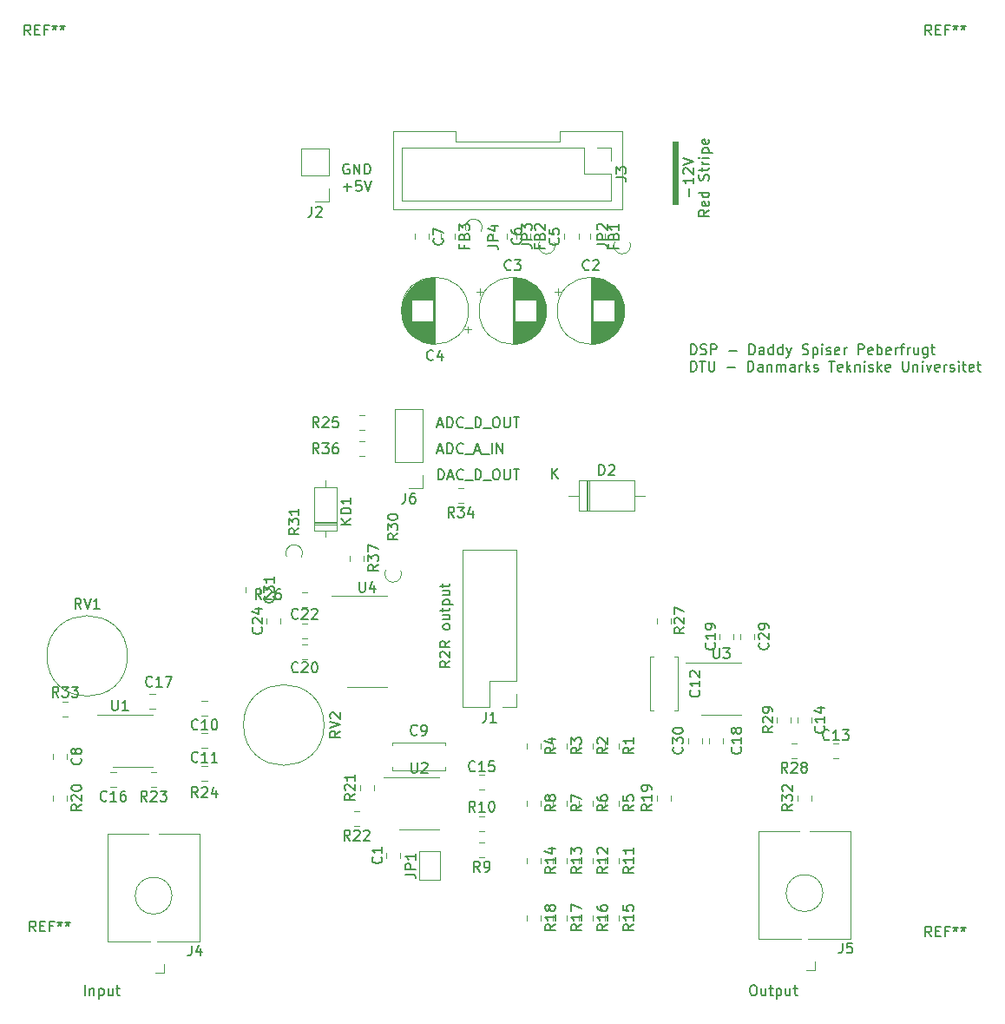
<source format=gbr>
G04 #@! TF.GenerationSoftware,KiCad,Pcbnew,(5.1.5)-3*
G04 #@! TF.CreationDate,2022-04-14T12:46:43+02:00*
G04 #@! TF.ProjectId,PMod_ADDAC,504d6f64-5f41-4444-9441-432e6b696361,rev?*
G04 #@! TF.SameCoordinates,Original*
G04 #@! TF.FileFunction,Legend,Top*
G04 #@! TF.FilePolarity,Positive*
%FSLAX46Y46*%
G04 Gerber Fmt 4.6, Leading zero omitted, Abs format (unit mm)*
G04 Created by KiCad (PCBNEW (5.1.5)-3) date 2022-04-14 12:46:43*
%MOMM*%
%LPD*%
G04 APERTURE LIST*
%ADD10C,0.150000*%
%ADD11C,0.120000*%
%ADD12C,0.100000*%
G04 APERTURE END LIST*
D10*
X106253595Y-75763380D02*
X106253595Y-74763380D01*
X106491690Y-74763380D01*
X106634547Y-74811000D01*
X106729785Y-74906238D01*
X106777404Y-75001476D01*
X106825023Y-75191952D01*
X106825023Y-75334809D01*
X106777404Y-75525285D01*
X106729785Y-75620523D01*
X106634547Y-75715761D01*
X106491690Y-75763380D01*
X106253595Y-75763380D01*
X107110738Y-74763380D02*
X107682166Y-74763380D01*
X107396452Y-75763380D02*
X107396452Y-74763380D01*
X108015500Y-74763380D02*
X108015500Y-75572904D01*
X108063119Y-75668142D01*
X108110738Y-75715761D01*
X108205976Y-75763380D01*
X108396452Y-75763380D01*
X108491690Y-75715761D01*
X108539309Y-75668142D01*
X108586928Y-75572904D01*
X108586928Y-74763380D01*
X109825023Y-75382428D02*
X110586928Y-75382428D01*
X111825023Y-75763380D02*
X111825023Y-74763380D01*
X112063119Y-74763380D01*
X112205976Y-74811000D01*
X112301214Y-74906238D01*
X112348833Y-75001476D01*
X112396452Y-75191952D01*
X112396452Y-75334809D01*
X112348833Y-75525285D01*
X112301214Y-75620523D01*
X112205976Y-75715761D01*
X112063119Y-75763380D01*
X111825023Y-75763380D01*
X113253595Y-75763380D02*
X113253595Y-75239571D01*
X113205976Y-75144333D01*
X113110738Y-75096714D01*
X112920261Y-75096714D01*
X112825023Y-75144333D01*
X113253595Y-75715761D02*
X113158357Y-75763380D01*
X112920261Y-75763380D01*
X112825023Y-75715761D01*
X112777404Y-75620523D01*
X112777404Y-75525285D01*
X112825023Y-75430047D01*
X112920261Y-75382428D01*
X113158357Y-75382428D01*
X113253595Y-75334809D01*
X113729785Y-75096714D02*
X113729785Y-75763380D01*
X113729785Y-75191952D02*
X113777404Y-75144333D01*
X113872642Y-75096714D01*
X114015500Y-75096714D01*
X114110738Y-75144333D01*
X114158357Y-75239571D01*
X114158357Y-75763380D01*
X114634547Y-75763380D02*
X114634547Y-75096714D01*
X114634547Y-75191952D02*
X114682166Y-75144333D01*
X114777404Y-75096714D01*
X114920261Y-75096714D01*
X115015500Y-75144333D01*
X115063119Y-75239571D01*
X115063119Y-75763380D01*
X115063119Y-75239571D02*
X115110738Y-75144333D01*
X115205976Y-75096714D01*
X115348833Y-75096714D01*
X115444071Y-75144333D01*
X115491690Y-75239571D01*
X115491690Y-75763380D01*
X116396452Y-75763380D02*
X116396452Y-75239571D01*
X116348833Y-75144333D01*
X116253595Y-75096714D01*
X116063119Y-75096714D01*
X115967880Y-75144333D01*
X116396452Y-75715761D02*
X116301214Y-75763380D01*
X116063119Y-75763380D01*
X115967880Y-75715761D01*
X115920261Y-75620523D01*
X115920261Y-75525285D01*
X115967880Y-75430047D01*
X116063119Y-75382428D01*
X116301214Y-75382428D01*
X116396452Y-75334809D01*
X116872642Y-75763380D02*
X116872642Y-75096714D01*
X116872642Y-75287190D02*
X116920261Y-75191952D01*
X116967880Y-75144333D01*
X117063119Y-75096714D01*
X117158357Y-75096714D01*
X117491690Y-75763380D02*
X117491690Y-74763380D01*
X117586928Y-75382428D02*
X117872642Y-75763380D01*
X117872642Y-75096714D02*
X117491690Y-75477666D01*
X118253595Y-75715761D02*
X118348833Y-75763380D01*
X118539309Y-75763380D01*
X118634547Y-75715761D01*
X118682166Y-75620523D01*
X118682166Y-75572904D01*
X118634547Y-75477666D01*
X118539309Y-75430047D01*
X118396452Y-75430047D01*
X118301214Y-75382428D01*
X118253595Y-75287190D01*
X118253595Y-75239571D01*
X118301214Y-75144333D01*
X118396452Y-75096714D01*
X118539309Y-75096714D01*
X118634547Y-75144333D01*
X119729785Y-74763380D02*
X120301214Y-74763380D01*
X120015500Y-75763380D02*
X120015500Y-74763380D01*
X121015500Y-75715761D02*
X120920261Y-75763380D01*
X120729785Y-75763380D01*
X120634547Y-75715761D01*
X120586928Y-75620523D01*
X120586928Y-75239571D01*
X120634547Y-75144333D01*
X120729785Y-75096714D01*
X120920261Y-75096714D01*
X121015500Y-75144333D01*
X121063119Y-75239571D01*
X121063119Y-75334809D01*
X120586928Y-75430047D01*
X121491690Y-75763380D02*
X121491690Y-74763380D01*
X121586928Y-75382428D02*
X121872642Y-75763380D01*
X121872642Y-75096714D02*
X121491690Y-75477666D01*
X122301214Y-75096714D02*
X122301214Y-75763380D01*
X122301214Y-75191952D02*
X122348833Y-75144333D01*
X122444071Y-75096714D01*
X122586928Y-75096714D01*
X122682166Y-75144333D01*
X122729785Y-75239571D01*
X122729785Y-75763380D01*
X123205976Y-75763380D02*
X123205976Y-75096714D01*
X123205976Y-74763380D02*
X123158357Y-74811000D01*
X123205976Y-74858619D01*
X123253595Y-74811000D01*
X123205976Y-74763380D01*
X123205976Y-74858619D01*
X123634547Y-75715761D02*
X123729785Y-75763380D01*
X123920261Y-75763380D01*
X124015500Y-75715761D01*
X124063119Y-75620523D01*
X124063119Y-75572904D01*
X124015500Y-75477666D01*
X123920261Y-75430047D01*
X123777404Y-75430047D01*
X123682166Y-75382428D01*
X123634547Y-75287190D01*
X123634547Y-75239571D01*
X123682166Y-75144333D01*
X123777404Y-75096714D01*
X123920261Y-75096714D01*
X124015500Y-75144333D01*
X124491690Y-75763380D02*
X124491690Y-74763380D01*
X124586928Y-75382428D02*
X124872642Y-75763380D01*
X124872642Y-75096714D02*
X124491690Y-75477666D01*
X125682166Y-75715761D02*
X125586928Y-75763380D01*
X125396452Y-75763380D01*
X125301214Y-75715761D01*
X125253595Y-75620523D01*
X125253595Y-75239571D01*
X125301214Y-75144333D01*
X125396452Y-75096714D01*
X125586928Y-75096714D01*
X125682166Y-75144333D01*
X125729785Y-75239571D01*
X125729785Y-75334809D01*
X125253595Y-75430047D01*
X126920261Y-74763380D02*
X126920261Y-75572904D01*
X126967880Y-75668142D01*
X127015500Y-75715761D01*
X127110738Y-75763380D01*
X127301214Y-75763380D01*
X127396452Y-75715761D01*
X127444071Y-75668142D01*
X127491690Y-75572904D01*
X127491690Y-74763380D01*
X127967880Y-75096714D02*
X127967880Y-75763380D01*
X127967880Y-75191952D02*
X128015500Y-75144333D01*
X128110738Y-75096714D01*
X128253595Y-75096714D01*
X128348833Y-75144333D01*
X128396452Y-75239571D01*
X128396452Y-75763380D01*
X128872642Y-75763380D02*
X128872642Y-75096714D01*
X128872642Y-74763380D02*
X128825023Y-74811000D01*
X128872642Y-74858619D01*
X128920261Y-74811000D01*
X128872642Y-74763380D01*
X128872642Y-74858619D01*
X129253595Y-75096714D02*
X129491690Y-75763380D01*
X129729785Y-75096714D01*
X130491690Y-75715761D02*
X130396452Y-75763380D01*
X130205976Y-75763380D01*
X130110738Y-75715761D01*
X130063119Y-75620523D01*
X130063119Y-75239571D01*
X130110738Y-75144333D01*
X130205976Y-75096714D01*
X130396452Y-75096714D01*
X130491690Y-75144333D01*
X130539309Y-75239571D01*
X130539309Y-75334809D01*
X130063119Y-75430047D01*
X130967880Y-75763380D02*
X130967880Y-75096714D01*
X130967880Y-75287190D02*
X131015500Y-75191952D01*
X131063119Y-75144333D01*
X131158357Y-75096714D01*
X131253595Y-75096714D01*
X131539309Y-75715761D02*
X131634547Y-75763380D01*
X131825023Y-75763380D01*
X131920261Y-75715761D01*
X131967880Y-75620523D01*
X131967880Y-75572904D01*
X131920261Y-75477666D01*
X131825023Y-75430047D01*
X131682166Y-75430047D01*
X131586928Y-75382428D01*
X131539309Y-75287190D01*
X131539309Y-75239571D01*
X131586928Y-75144333D01*
X131682166Y-75096714D01*
X131825023Y-75096714D01*
X131920261Y-75144333D01*
X132396452Y-75763380D02*
X132396452Y-75096714D01*
X132396452Y-74763380D02*
X132348833Y-74811000D01*
X132396452Y-74858619D01*
X132444071Y-74811000D01*
X132396452Y-74763380D01*
X132396452Y-74858619D01*
X132729785Y-75096714D02*
X133110738Y-75096714D01*
X132872642Y-74763380D02*
X132872642Y-75620523D01*
X132920261Y-75715761D01*
X133015500Y-75763380D01*
X133110738Y-75763380D01*
X133825023Y-75715761D02*
X133729785Y-75763380D01*
X133539309Y-75763380D01*
X133444071Y-75715761D01*
X133396452Y-75620523D01*
X133396452Y-75239571D01*
X133444071Y-75144333D01*
X133539309Y-75096714D01*
X133729785Y-75096714D01*
X133825023Y-75144333D01*
X133872642Y-75239571D01*
X133872642Y-75334809D01*
X133396452Y-75430047D01*
X134158357Y-75096714D02*
X134539309Y-75096714D01*
X134301214Y-74763380D02*
X134301214Y-75620523D01*
X134348833Y-75715761D01*
X134444071Y-75763380D01*
X134539309Y-75763380D01*
X106253595Y-74112380D02*
X106253595Y-73112380D01*
X106491690Y-73112380D01*
X106634547Y-73160000D01*
X106729785Y-73255238D01*
X106777404Y-73350476D01*
X106825023Y-73540952D01*
X106825023Y-73683809D01*
X106777404Y-73874285D01*
X106729785Y-73969523D01*
X106634547Y-74064761D01*
X106491690Y-74112380D01*
X106253595Y-74112380D01*
X107205976Y-74064761D02*
X107348833Y-74112380D01*
X107586928Y-74112380D01*
X107682166Y-74064761D01*
X107729785Y-74017142D01*
X107777404Y-73921904D01*
X107777404Y-73826666D01*
X107729785Y-73731428D01*
X107682166Y-73683809D01*
X107586928Y-73636190D01*
X107396452Y-73588571D01*
X107301214Y-73540952D01*
X107253595Y-73493333D01*
X107205976Y-73398095D01*
X107205976Y-73302857D01*
X107253595Y-73207619D01*
X107301214Y-73160000D01*
X107396452Y-73112380D01*
X107634547Y-73112380D01*
X107777404Y-73160000D01*
X108205976Y-74112380D02*
X108205976Y-73112380D01*
X108586928Y-73112380D01*
X108682166Y-73160000D01*
X108729785Y-73207619D01*
X108777404Y-73302857D01*
X108777404Y-73445714D01*
X108729785Y-73540952D01*
X108682166Y-73588571D01*
X108586928Y-73636190D01*
X108205976Y-73636190D01*
X109967880Y-73731428D02*
X110729785Y-73731428D01*
X111967880Y-74112380D02*
X111967880Y-73112380D01*
X112205976Y-73112380D01*
X112348833Y-73160000D01*
X112444071Y-73255238D01*
X112491690Y-73350476D01*
X112539309Y-73540952D01*
X112539309Y-73683809D01*
X112491690Y-73874285D01*
X112444071Y-73969523D01*
X112348833Y-74064761D01*
X112205976Y-74112380D01*
X111967880Y-74112380D01*
X113396452Y-74112380D02*
X113396452Y-73588571D01*
X113348833Y-73493333D01*
X113253595Y-73445714D01*
X113063119Y-73445714D01*
X112967880Y-73493333D01*
X113396452Y-74064761D02*
X113301214Y-74112380D01*
X113063119Y-74112380D01*
X112967880Y-74064761D01*
X112920261Y-73969523D01*
X112920261Y-73874285D01*
X112967880Y-73779047D01*
X113063119Y-73731428D01*
X113301214Y-73731428D01*
X113396452Y-73683809D01*
X114301214Y-74112380D02*
X114301214Y-73112380D01*
X114301214Y-74064761D02*
X114205976Y-74112380D01*
X114015500Y-74112380D01*
X113920261Y-74064761D01*
X113872642Y-74017142D01*
X113825023Y-73921904D01*
X113825023Y-73636190D01*
X113872642Y-73540952D01*
X113920261Y-73493333D01*
X114015500Y-73445714D01*
X114205976Y-73445714D01*
X114301214Y-73493333D01*
X115205976Y-74112380D02*
X115205976Y-73112380D01*
X115205976Y-74064761D02*
X115110738Y-74112380D01*
X114920261Y-74112380D01*
X114825023Y-74064761D01*
X114777404Y-74017142D01*
X114729785Y-73921904D01*
X114729785Y-73636190D01*
X114777404Y-73540952D01*
X114825023Y-73493333D01*
X114920261Y-73445714D01*
X115110738Y-73445714D01*
X115205976Y-73493333D01*
X115586928Y-73445714D02*
X115825023Y-74112380D01*
X116063119Y-73445714D02*
X115825023Y-74112380D01*
X115729785Y-74350476D01*
X115682166Y-74398095D01*
X115586928Y-74445714D01*
X117158357Y-74064761D02*
X117301214Y-74112380D01*
X117539309Y-74112380D01*
X117634547Y-74064761D01*
X117682166Y-74017142D01*
X117729785Y-73921904D01*
X117729785Y-73826666D01*
X117682166Y-73731428D01*
X117634547Y-73683809D01*
X117539309Y-73636190D01*
X117348833Y-73588571D01*
X117253595Y-73540952D01*
X117205976Y-73493333D01*
X117158357Y-73398095D01*
X117158357Y-73302857D01*
X117205976Y-73207619D01*
X117253595Y-73160000D01*
X117348833Y-73112380D01*
X117586928Y-73112380D01*
X117729785Y-73160000D01*
X118158357Y-73445714D02*
X118158357Y-74445714D01*
X118158357Y-73493333D02*
X118253595Y-73445714D01*
X118444071Y-73445714D01*
X118539309Y-73493333D01*
X118586928Y-73540952D01*
X118634547Y-73636190D01*
X118634547Y-73921904D01*
X118586928Y-74017142D01*
X118539309Y-74064761D01*
X118444071Y-74112380D01*
X118253595Y-74112380D01*
X118158357Y-74064761D01*
X119063119Y-74112380D02*
X119063119Y-73445714D01*
X119063119Y-73112380D02*
X119015500Y-73160000D01*
X119063119Y-73207619D01*
X119110738Y-73160000D01*
X119063119Y-73112380D01*
X119063119Y-73207619D01*
X119491690Y-74064761D02*
X119586928Y-74112380D01*
X119777404Y-74112380D01*
X119872642Y-74064761D01*
X119920261Y-73969523D01*
X119920261Y-73921904D01*
X119872642Y-73826666D01*
X119777404Y-73779047D01*
X119634547Y-73779047D01*
X119539309Y-73731428D01*
X119491690Y-73636190D01*
X119491690Y-73588571D01*
X119539309Y-73493333D01*
X119634547Y-73445714D01*
X119777404Y-73445714D01*
X119872642Y-73493333D01*
X120729785Y-74064761D02*
X120634547Y-74112380D01*
X120444071Y-74112380D01*
X120348833Y-74064761D01*
X120301214Y-73969523D01*
X120301214Y-73588571D01*
X120348833Y-73493333D01*
X120444071Y-73445714D01*
X120634547Y-73445714D01*
X120729785Y-73493333D01*
X120777404Y-73588571D01*
X120777404Y-73683809D01*
X120301214Y-73779047D01*
X121205976Y-74112380D02*
X121205976Y-73445714D01*
X121205976Y-73636190D02*
X121253595Y-73540952D01*
X121301214Y-73493333D01*
X121396452Y-73445714D01*
X121491690Y-73445714D01*
X122586928Y-74112380D02*
X122586928Y-73112380D01*
X122967880Y-73112380D01*
X123063119Y-73160000D01*
X123110738Y-73207619D01*
X123158357Y-73302857D01*
X123158357Y-73445714D01*
X123110738Y-73540952D01*
X123063119Y-73588571D01*
X122967880Y-73636190D01*
X122586928Y-73636190D01*
X123967880Y-74064761D02*
X123872642Y-74112380D01*
X123682166Y-74112380D01*
X123586928Y-74064761D01*
X123539309Y-73969523D01*
X123539309Y-73588571D01*
X123586928Y-73493333D01*
X123682166Y-73445714D01*
X123872642Y-73445714D01*
X123967880Y-73493333D01*
X124015500Y-73588571D01*
X124015500Y-73683809D01*
X123539309Y-73779047D01*
X124444071Y-74112380D02*
X124444071Y-73112380D01*
X124444071Y-73493333D02*
X124539309Y-73445714D01*
X124729785Y-73445714D01*
X124825023Y-73493333D01*
X124872642Y-73540952D01*
X124920261Y-73636190D01*
X124920261Y-73921904D01*
X124872642Y-74017142D01*
X124825023Y-74064761D01*
X124729785Y-74112380D01*
X124539309Y-74112380D01*
X124444071Y-74064761D01*
X125729785Y-74064761D02*
X125634547Y-74112380D01*
X125444071Y-74112380D01*
X125348833Y-74064761D01*
X125301214Y-73969523D01*
X125301214Y-73588571D01*
X125348833Y-73493333D01*
X125444071Y-73445714D01*
X125634547Y-73445714D01*
X125729785Y-73493333D01*
X125777404Y-73588571D01*
X125777404Y-73683809D01*
X125301214Y-73779047D01*
X126205976Y-74112380D02*
X126205976Y-73445714D01*
X126205976Y-73636190D02*
X126253595Y-73540952D01*
X126301214Y-73493333D01*
X126396452Y-73445714D01*
X126491690Y-73445714D01*
X126682166Y-73445714D02*
X127063119Y-73445714D01*
X126825023Y-74112380D02*
X126825023Y-73255238D01*
X126872642Y-73160000D01*
X126967880Y-73112380D01*
X127063119Y-73112380D01*
X127396452Y-74112380D02*
X127396452Y-73445714D01*
X127396452Y-73636190D02*
X127444071Y-73540952D01*
X127491690Y-73493333D01*
X127586928Y-73445714D01*
X127682166Y-73445714D01*
X128444071Y-73445714D02*
X128444071Y-74112380D01*
X128015500Y-73445714D02*
X128015500Y-73969523D01*
X128063119Y-74064761D01*
X128158357Y-74112380D01*
X128301214Y-74112380D01*
X128396452Y-74064761D01*
X128444071Y-74017142D01*
X129348833Y-73445714D02*
X129348833Y-74255238D01*
X129301214Y-74350476D01*
X129253595Y-74398095D01*
X129158357Y-74445714D01*
X129015500Y-74445714D01*
X128920261Y-74398095D01*
X129348833Y-74064761D02*
X129253595Y-74112380D01*
X129063119Y-74112380D01*
X128967880Y-74064761D01*
X128920261Y-74017142D01*
X128872642Y-73921904D01*
X128872642Y-73636190D01*
X128920261Y-73540952D01*
X128967880Y-73493333D01*
X129063119Y-73445714D01*
X129253595Y-73445714D01*
X129348833Y-73493333D01*
X129682166Y-73445714D02*
X130063119Y-73445714D01*
X129825023Y-73112380D02*
X129825023Y-73969523D01*
X129872642Y-74064761D01*
X129967880Y-74112380D01*
X130063119Y-74112380D01*
X81615595Y-86304380D02*
X81615595Y-85304380D01*
X81853690Y-85304380D01*
X81996547Y-85352000D01*
X82091785Y-85447238D01*
X82139404Y-85542476D01*
X82187023Y-85732952D01*
X82187023Y-85875809D01*
X82139404Y-86066285D01*
X82091785Y-86161523D01*
X81996547Y-86256761D01*
X81853690Y-86304380D01*
X81615595Y-86304380D01*
X82567976Y-86018666D02*
X83044166Y-86018666D01*
X82472738Y-86304380D02*
X82806071Y-85304380D01*
X83139404Y-86304380D01*
X84044166Y-86209142D02*
X83996547Y-86256761D01*
X83853690Y-86304380D01*
X83758452Y-86304380D01*
X83615595Y-86256761D01*
X83520357Y-86161523D01*
X83472738Y-86066285D01*
X83425119Y-85875809D01*
X83425119Y-85732952D01*
X83472738Y-85542476D01*
X83520357Y-85447238D01*
X83615595Y-85352000D01*
X83758452Y-85304380D01*
X83853690Y-85304380D01*
X83996547Y-85352000D01*
X84044166Y-85399619D01*
X84234642Y-86399619D02*
X84996547Y-86399619D01*
X85234642Y-86304380D02*
X85234642Y-85304380D01*
X85472738Y-85304380D01*
X85615595Y-85352000D01*
X85710833Y-85447238D01*
X85758452Y-85542476D01*
X85806071Y-85732952D01*
X85806071Y-85875809D01*
X85758452Y-86066285D01*
X85710833Y-86161523D01*
X85615595Y-86256761D01*
X85472738Y-86304380D01*
X85234642Y-86304380D01*
X85996547Y-86399619D02*
X86758452Y-86399619D01*
X87187023Y-85304380D02*
X87377500Y-85304380D01*
X87472738Y-85352000D01*
X87567976Y-85447238D01*
X87615595Y-85637714D01*
X87615595Y-85971047D01*
X87567976Y-86161523D01*
X87472738Y-86256761D01*
X87377500Y-86304380D01*
X87187023Y-86304380D01*
X87091785Y-86256761D01*
X86996547Y-86161523D01*
X86948928Y-85971047D01*
X86948928Y-85637714D01*
X86996547Y-85447238D01*
X87091785Y-85352000D01*
X87187023Y-85304380D01*
X88044166Y-85304380D02*
X88044166Y-86113904D01*
X88091785Y-86209142D01*
X88139404Y-86256761D01*
X88234642Y-86304380D01*
X88425119Y-86304380D01*
X88520357Y-86256761D01*
X88567976Y-86209142D01*
X88615595Y-86113904D01*
X88615595Y-85304380D01*
X88948928Y-85304380D02*
X89520357Y-85304380D01*
X89234642Y-86304380D02*
X89234642Y-85304380D01*
X81567976Y-83478666D02*
X82044166Y-83478666D01*
X81472738Y-83764380D02*
X81806071Y-82764380D01*
X82139404Y-83764380D01*
X82472738Y-83764380D02*
X82472738Y-82764380D01*
X82710833Y-82764380D01*
X82853690Y-82812000D01*
X82948928Y-82907238D01*
X82996547Y-83002476D01*
X83044166Y-83192952D01*
X83044166Y-83335809D01*
X82996547Y-83526285D01*
X82948928Y-83621523D01*
X82853690Y-83716761D01*
X82710833Y-83764380D01*
X82472738Y-83764380D01*
X84044166Y-83669142D02*
X83996547Y-83716761D01*
X83853690Y-83764380D01*
X83758452Y-83764380D01*
X83615595Y-83716761D01*
X83520357Y-83621523D01*
X83472738Y-83526285D01*
X83425119Y-83335809D01*
X83425119Y-83192952D01*
X83472738Y-83002476D01*
X83520357Y-82907238D01*
X83615595Y-82812000D01*
X83758452Y-82764380D01*
X83853690Y-82764380D01*
X83996547Y-82812000D01*
X84044166Y-82859619D01*
X84234642Y-83859619D02*
X84996547Y-83859619D01*
X85187023Y-83478666D02*
X85663214Y-83478666D01*
X85091785Y-83764380D02*
X85425119Y-82764380D01*
X85758452Y-83764380D01*
X85853690Y-83859619D02*
X86615595Y-83859619D01*
X86853690Y-83764380D02*
X86853690Y-82764380D01*
X87329880Y-83764380D02*
X87329880Y-82764380D01*
X87901309Y-83764380D01*
X87901309Y-82764380D01*
X81567976Y-80938666D02*
X82044166Y-80938666D01*
X81472738Y-81224380D02*
X81806071Y-80224380D01*
X82139404Y-81224380D01*
X82472738Y-81224380D02*
X82472738Y-80224380D01*
X82710833Y-80224380D01*
X82853690Y-80272000D01*
X82948928Y-80367238D01*
X82996547Y-80462476D01*
X83044166Y-80652952D01*
X83044166Y-80795809D01*
X82996547Y-80986285D01*
X82948928Y-81081523D01*
X82853690Y-81176761D01*
X82710833Y-81224380D01*
X82472738Y-81224380D01*
X84044166Y-81129142D02*
X83996547Y-81176761D01*
X83853690Y-81224380D01*
X83758452Y-81224380D01*
X83615595Y-81176761D01*
X83520357Y-81081523D01*
X83472738Y-80986285D01*
X83425119Y-80795809D01*
X83425119Y-80652952D01*
X83472738Y-80462476D01*
X83520357Y-80367238D01*
X83615595Y-80272000D01*
X83758452Y-80224380D01*
X83853690Y-80224380D01*
X83996547Y-80272000D01*
X84044166Y-80319619D01*
X84234642Y-81319619D02*
X84996547Y-81319619D01*
X85234642Y-81224380D02*
X85234642Y-80224380D01*
X85472738Y-80224380D01*
X85615595Y-80272000D01*
X85710833Y-80367238D01*
X85758452Y-80462476D01*
X85806071Y-80652952D01*
X85806071Y-80795809D01*
X85758452Y-80986285D01*
X85710833Y-81081523D01*
X85615595Y-81176761D01*
X85472738Y-81224380D01*
X85234642Y-81224380D01*
X85996547Y-81319619D02*
X86758452Y-81319619D01*
X87187023Y-80224380D02*
X87377500Y-80224380D01*
X87472738Y-80272000D01*
X87567976Y-80367238D01*
X87615595Y-80557714D01*
X87615595Y-80891047D01*
X87567976Y-81081523D01*
X87472738Y-81176761D01*
X87377500Y-81224380D01*
X87187023Y-81224380D01*
X87091785Y-81176761D01*
X86996547Y-81081523D01*
X86948928Y-80891047D01*
X86948928Y-80557714D01*
X86996547Y-80367238D01*
X87091785Y-80272000D01*
X87187023Y-80224380D01*
X88044166Y-80224380D02*
X88044166Y-81033904D01*
X88091785Y-81129142D01*
X88139404Y-81176761D01*
X88234642Y-81224380D01*
X88425119Y-81224380D01*
X88520357Y-81176761D01*
X88567976Y-81129142D01*
X88615595Y-81033904D01*
X88615595Y-80224380D01*
X88948928Y-80224380D02*
X89520357Y-80224380D01*
X89234642Y-81224380D02*
X89234642Y-80224380D01*
X72898095Y-55571000D02*
X72802857Y-55523380D01*
X72660000Y-55523380D01*
X72517142Y-55571000D01*
X72421904Y-55666238D01*
X72374285Y-55761476D01*
X72326666Y-55951952D01*
X72326666Y-56094809D01*
X72374285Y-56285285D01*
X72421904Y-56380523D01*
X72517142Y-56475761D01*
X72660000Y-56523380D01*
X72755238Y-56523380D01*
X72898095Y-56475761D01*
X72945714Y-56428142D01*
X72945714Y-56094809D01*
X72755238Y-56094809D01*
X73374285Y-56523380D02*
X73374285Y-55523380D01*
X73945714Y-56523380D01*
X73945714Y-55523380D01*
X74421904Y-56523380D02*
X74421904Y-55523380D01*
X74660000Y-55523380D01*
X74802857Y-55571000D01*
X74898095Y-55666238D01*
X74945714Y-55761476D01*
X74993333Y-55951952D01*
X74993333Y-56094809D01*
X74945714Y-56285285D01*
X74898095Y-56380523D01*
X74802857Y-56475761D01*
X74660000Y-56523380D01*
X74421904Y-56523380D01*
X72374285Y-57792428D02*
X73136190Y-57792428D01*
X72755238Y-58173380D02*
X72755238Y-57411476D01*
X74088571Y-57173380D02*
X73612380Y-57173380D01*
X73564761Y-57649571D01*
X73612380Y-57601952D01*
X73707619Y-57554333D01*
X73945714Y-57554333D01*
X74040952Y-57601952D01*
X74088571Y-57649571D01*
X74136190Y-57744809D01*
X74136190Y-57982904D01*
X74088571Y-58078142D01*
X74040952Y-58125761D01*
X73945714Y-58173380D01*
X73707619Y-58173380D01*
X73612380Y-58125761D01*
X73564761Y-58078142D01*
X74421904Y-57173380D02*
X74755238Y-58173380D01*
X75088571Y-57173380D01*
X47125142Y-136596380D02*
X47125142Y-135596380D01*
X47601333Y-135929714D02*
X47601333Y-136596380D01*
X47601333Y-136024952D02*
X47648952Y-135977333D01*
X47744190Y-135929714D01*
X47887047Y-135929714D01*
X47982285Y-135977333D01*
X48029904Y-136072571D01*
X48029904Y-136596380D01*
X48506095Y-135929714D02*
X48506095Y-136929714D01*
X48506095Y-135977333D02*
X48601333Y-135929714D01*
X48791809Y-135929714D01*
X48887047Y-135977333D01*
X48934666Y-136024952D01*
X48982285Y-136120190D01*
X48982285Y-136405904D01*
X48934666Y-136501142D01*
X48887047Y-136548761D01*
X48791809Y-136596380D01*
X48601333Y-136596380D01*
X48506095Y-136548761D01*
X49839428Y-135929714D02*
X49839428Y-136596380D01*
X49410857Y-135929714D02*
X49410857Y-136453523D01*
X49458476Y-136548761D01*
X49553714Y-136596380D01*
X49696571Y-136596380D01*
X49791809Y-136548761D01*
X49839428Y-136501142D01*
X50172761Y-135929714D02*
X50553714Y-135929714D01*
X50315619Y-135596380D02*
X50315619Y-136453523D01*
X50363238Y-136548761D01*
X50458476Y-136596380D01*
X50553714Y-136596380D01*
X112276190Y-135596380D02*
X112466666Y-135596380D01*
X112561904Y-135644000D01*
X112657142Y-135739238D01*
X112704761Y-135929714D01*
X112704761Y-136263047D01*
X112657142Y-136453523D01*
X112561904Y-136548761D01*
X112466666Y-136596380D01*
X112276190Y-136596380D01*
X112180952Y-136548761D01*
X112085714Y-136453523D01*
X112038095Y-136263047D01*
X112038095Y-135929714D01*
X112085714Y-135739238D01*
X112180952Y-135644000D01*
X112276190Y-135596380D01*
X113561904Y-135929714D02*
X113561904Y-136596380D01*
X113133333Y-135929714D02*
X113133333Y-136453523D01*
X113180952Y-136548761D01*
X113276190Y-136596380D01*
X113419047Y-136596380D01*
X113514285Y-136548761D01*
X113561904Y-136501142D01*
X113895238Y-135929714D02*
X114276190Y-135929714D01*
X114038095Y-135596380D02*
X114038095Y-136453523D01*
X114085714Y-136548761D01*
X114180952Y-136596380D01*
X114276190Y-136596380D01*
X114609523Y-135929714D02*
X114609523Y-136929714D01*
X114609523Y-135977333D02*
X114704761Y-135929714D01*
X114895238Y-135929714D01*
X114990476Y-135977333D01*
X115038095Y-136024952D01*
X115085714Y-136120190D01*
X115085714Y-136405904D01*
X115038095Y-136501142D01*
X114990476Y-136548761D01*
X114895238Y-136596380D01*
X114704761Y-136596380D01*
X114609523Y-136548761D01*
X115942857Y-135929714D02*
X115942857Y-136596380D01*
X115514285Y-135929714D02*
X115514285Y-136453523D01*
X115561904Y-136548761D01*
X115657142Y-136596380D01*
X115800000Y-136596380D01*
X115895238Y-136548761D01*
X115942857Y-136501142D01*
X116276190Y-135929714D02*
X116657142Y-135929714D01*
X116419047Y-135596380D02*
X116419047Y-136453523D01*
X116466666Y-136548761D01*
X116561904Y-136596380D01*
X116657142Y-136596380D01*
D11*
X77216000Y-52324000D02*
X77216000Y-52832000D01*
X83312000Y-52324000D02*
X77216000Y-52324000D01*
X83312000Y-53340000D02*
X83312000Y-52324000D01*
X93472000Y-53340000D02*
X83312000Y-53340000D01*
X93472000Y-52324000D02*
X93472000Y-53340000D01*
X99568000Y-52324000D02*
X93472000Y-52324000D01*
X99568000Y-59944000D02*
X99568000Y-52324000D01*
X77216000Y-59944000D02*
X99568000Y-59944000D01*
D10*
X108021380Y-60038857D02*
X107545190Y-60372190D01*
X108021380Y-60610285D02*
X107021380Y-60610285D01*
X107021380Y-60229333D01*
X107069000Y-60134095D01*
X107116619Y-60086476D01*
X107211857Y-60038857D01*
X107354714Y-60038857D01*
X107449952Y-60086476D01*
X107497571Y-60134095D01*
X107545190Y-60229333D01*
X107545190Y-60610285D01*
X107973761Y-59229333D02*
X108021380Y-59324571D01*
X108021380Y-59515047D01*
X107973761Y-59610285D01*
X107878523Y-59657904D01*
X107497571Y-59657904D01*
X107402333Y-59610285D01*
X107354714Y-59515047D01*
X107354714Y-59324571D01*
X107402333Y-59229333D01*
X107497571Y-59181714D01*
X107592809Y-59181714D01*
X107688047Y-59657904D01*
X108021380Y-58324571D02*
X107021380Y-58324571D01*
X107973761Y-58324571D02*
X108021380Y-58419809D01*
X108021380Y-58610285D01*
X107973761Y-58705523D01*
X107926142Y-58753142D01*
X107830904Y-58800761D01*
X107545190Y-58800761D01*
X107449952Y-58753142D01*
X107402333Y-58705523D01*
X107354714Y-58610285D01*
X107354714Y-58419809D01*
X107402333Y-58324571D01*
X107973761Y-57134095D02*
X108021380Y-56991238D01*
X108021380Y-56753142D01*
X107973761Y-56657904D01*
X107926142Y-56610285D01*
X107830904Y-56562666D01*
X107735666Y-56562666D01*
X107640428Y-56610285D01*
X107592809Y-56657904D01*
X107545190Y-56753142D01*
X107497571Y-56943619D01*
X107449952Y-57038857D01*
X107402333Y-57086476D01*
X107307095Y-57134095D01*
X107211857Y-57134095D01*
X107116619Y-57086476D01*
X107069000Y-57038857D01*
X107021380Y-56943619D01*
X107021380Y-56705523D01*
X107069000Y-56562666D01*
X107354714Y-56276952D02*
X107354714Y-55896000D01*
X107021380Y-56134095D02*
X107878523Y-56134095D01*
X107973761Y-56086476D01*
X108021380Y-55991238D01*
X108021380Y-55896000D01*
X108021380Y-55562666D02*
X107354714Y-55562666D01*
X107545190Y-55562666D02*
X107449952Y-55515047D01*
X107402333Y-55467428D01*
X107354714Y-55372190D01*
X107354714Y-55276952D01*
X108021380Y-54943619D02*
X107354714Y-54943619D01*
X107021380Y-54943619D02*
X107069000Y-54991238D01*
X107116619Y-54943619D01*
X107069000Y-54896000D01*
X107021380Y-54943619D01*
X107116619Y-54943619D01*
X107354714Y-54467428D02*
X108354714Y-54467428D01*
X107402333Y-54467428D02*
X107354714Y-54372190D01*
X107354714Y-54181714D01*
X107402333Y-54086476D01*
X107449952Y-54038857D01*
X107545190Y-53991238D01*
X107830904Y-53991238D01*
X107926142Y-54038857D01*
X107973761Y-54086476D01*
X108021380Y-54181714D01*
X108021380Y-54372190D01*
X107973761Y-54467428D01*
X107973761Y-53181714D02*
X108021380Y-53276952D01*
X108021380Y-53467428D01*
X107973761Y-53562666D01*
X107878523Y-53610285D01*
X107497571Y-53610285D01*
X107402333Y-53562666D01*
X107354714Y-53467428D01*
X107354714Y-53276952D01*
X107402333Y-53181714D01*
X107497571Y-53134095D01*
X107592809Y-53134095D01*
X107688047Y-53610285D01*
D11*
X77216000Y-52832000D02*
X77216000Y-59944000D01*
D12*
G36*
X105029000Y-59436000D02*
G01*
X104521000Y-59436000D01*
X104521000Y-53340000D01*
X105029000Y-53340000D01*
X105029000Y-59436000D01*
G37*
X105029000Y-59436000D02*
X104521000Y-59436000D01*
X104521000Y-53340000D01*
X105029000Y-53340000D01*
X105029000Y-59436000D01*
D10*
X106116428Y-58657904D02*
X106116428Y-57896000D01*
X106497380Y-56896000D02*
X106497380Y-57467428D01*
X106497380Y-57181714D02*
X105497380Y-57181714D01*
X105640238Y-57276952D01*
X105735476Y-57372190D01*
X105783095Y-57467428D01*
X105592619Y-56515047D02*
X105545000Y-56467428D01*
X105497380Y-56372190D01*
X105497380Y-56134095D01*
X105545000Y-56038857D01*
X105592619Y-55991238D01*
X105687857Y-55943619D01*
X105783095Y-55943619D01*
X105925952Y-55991238D01*
X106497380Y-56562666D01*
X106497380Y-55943619D01*
X105497380Y-55657904D02*
X106497380Y-55324571D01*
X105497380Y-54991238D01*
X82748380Y-104012571D02*
X82272190Y-104345904D01*
X82748380Y-104584000D02*
X81748380Y-104584000D01*
X81748380Y-104203047D01*
X81796000Y-104107809D01*
X81843619Y-104060190D01*
X81938857Y-104012571D01*
X82081714Y-104012571D01*
X82176952Y-104060190D01*
X82224571Y-104107809D01*
X82272190Y-104203047D01*
X82272190Y-104584000D01*
X81843619Y-103631619D02*
X81796000Y-103584000D01*
X81748380Y-103488761D01*
X81748380Y-103250666D01*
X81796000Y-103155428D01*
X81843619Y-103107809D01*
X81938857Y-103060190D01*
X82034095Y-103060190D01*
X82176952Y-103107809D01*
X82748380Y-103679238D01*
X82748380Y-103060190D01*
X82748380Y-102060190D02*
X82272190Y-102393523D01*
X82748380Y-102631619D02*
X81748380Y-102631619D01*
X81748380Y-102250666D01*
X81796000Y-102155428D01*
X81843619Y-102107809D01*
X81938857Y-102060190D01*
X82081714Y-102060190D01*
X82176952Y-102107809D01*
X82224571Y-102155428D01*
X82272190Y-102250666D01*
X82272190Y-102631619D01*
X82748380Y-100726857D02*
X82700761Y-100822095D01*
X82653142Y-100869714D01*
X82557904Y-100917333D01*
X82272190Y-100917333D01*
X82176952Y-100869714D01*
X82129333Y-100822095D01*
X82081714Y-100726857D01*
X82081714Y-100584000D01*
X82129333Y-100488761D01*
X82176952Y-100441142D01*
X82272190Y-100393523D01*
X82557904Y-100393523D01*
X82653142Y-100441142D01*
X82700761Y-100488761D01*
X82748380Y-100584000D01*
X82748380Y-100726857D01*
X82081714Y-99536380D02*
X82748380Y-99536380D01*
X82081714Y-99964952D02*
X82605523Y-99964952D01*
X82700761Y-99917333D01*
X82748380Y-99822095D01*
X82748380Y-99679238D01*
X82700761Y-99584000D01*
X82653142Y-99536380D01*
X82081714Y-99203047D02*
X82081714Y-98822095D01*
X81748380Y-99060190D02*
X82605523Y-99060190D01*
X82700761Y-99012571D01*
X82748380Y-98917333D01*
X82748380Y-98822095D01*
X82081714Y-98488761D02*
X83081714Y-98488761D01*
X82129333Y-98488761D02*
X82081714Y-98393523D01*
X82081714Y-98203047D01*
X82129333Y-98107809D01*
X82176952Y-98060190D01*
X82272190Y-98012571D01*
X82557904Y-98012571D01*
X82653142Y-98060190D01*
X82700761Y-98107809D01*
X82748380Y-98203047D01*
X82748380Y-98393523D01*
X82700761Y-98488761D01*
X82081714Y-97155428D02*
X82748380Y-97155428D01*
X82081714Y-97584000D02*
X82605523Y-97584000D01*
X82700761Y-97536380D01*
X82748380Y-97441142D01*
X82748380Y-97298285D01*
X82700761Y-97203047D01*
X82653142Y-97155428D01*
X82081714Y-96822095D02*
X82081714Y-96441142D01*
X81748380Y-96679238D02*
X82605523Y-96679238D01*
X82700761Y-96631619D01*
X82748380Y-96536380D01*
X82748380Y-96441142D01*
D11*
X51816000Y-109200000D02*
X48366000Y-109200000D01*
X51816000Y-109200000D02*
X53766000Y-109200000D01*
X51816000Y-114320000D02*
X49866000Y-114320000D01*
X51816000Y-114320000D02*
X53766000Y-114320000D01*
X84081252Y-87174000D02*
X83558748Y-87174000D01*
X84081252Y-88594000D02*
X83558748Y-88594000D01*
X66814641Y-93792095D02*
G75*
G02X68264000Y-93889133I749359J320095D01*
G01*
X96104000Y-86414000D02*
X96104000Y-89354000D01*
X96344000Y-86414000D02*
X96344000Y-89354000D01*
X96224000Y-86414000D02*
X96224000Y-89354000D01*
X101784000Y-87884000D02*
X100764000Y-87884000D01*
X94304000Y-87884000D02*
X95324000Y-87884000D01*
X100764000Y-86414000D02*
X95324000Y-86414000D01*
X100764000Y-89354000D02*
X100764000Y-86414000D01*
X95324000Y-89354000D02*
X100764000Y-89354000D01*
X95324000Y-86414000D02*
X95324000Y-89354000D01*
X69492000Y-90674000D02*
X71732000Y-90674000D01*
X69492000Y-90434000D02*
X71732000Y-90434000D01*
X69492000Y-90554000D02*
X71732000Y-90554000D01*
X70612000Y-86384000D02*
X70612000Y-87034000D01*
X70612000Y-91924000D02*
X70612000Y-91274000D01*
X69492000Y-87034000D02*
X69492000Y-91274000D01*
X71732000Y-87034000D02*
X69492000Y-87034000D01*
X71732000Y-91274000D02*
X71732000Y-87034000D01*
X69492000Y-91274000D02*
X71732000Y-91274000D01*
X109220000Y-104120000D02*
X105770000Y-104120000D01*
X109220000Y-104120000D02*
X111170000Y-104120000D01*
X109220000Y-109240000D02*
X107270000Y-109240000D01*
X109220000Y-109240000D02*
X111170000Y-109240000D01*
X77965359Y-95183905D02*
G75*
G02X76516000Y-95086867I-749359J-320095D01*
G01*
X89214000Y-108518000D02*
X87884000Y-108518000D01*
X89214000Y-107188000D02*
X89214000Y-108518000D01*
X86614000Y-108518000D02*
X84014000Y-108518000D01*
X86614000Y-105918000D02*
X86614000Y-108518000D01*
X89214000Y-105918000D02*
X86614000Y-105918000D01*
X84014000Y-108518000D02*
X84014000Y-93158000D01*
X89214000Y-105918000D02*
X89214000Y-93158000D01*
X89214000Y-93158000D02*
X84014000Y-93158000D01*
X89206000Y-62340748D02*
X89206000Y-62863252D01*
X90626000Y-62340748D02*
X90626000Y-62863252D01*
X79300000Y-62358748D02*
X79300000Y-62881252D01*
X80720000Y-62358748D02*
X80720000Y-62881252D01*
X84485241Y-72004000D02*
X84485241Y-71374000D01*
X84800241Y-71689000D02*
X84170241Y-71689000D01*
X78059000Y-70252000D02*
X78059000Y-69448000D01*
X78099000Y-70483000D02*
X78099000Y-69217000D01*
X78139000Y-70652000D02*
X78139000Y-69048000D01*
X78179000Y-70790000D02*
X78179000Y-68910000D01*
X78219000Y-70909000D02*
X78219000Y-68791000D01*
X78259000Y-71015000D02*
X78259000Y-68685000D01*
X78299000Y-71112000D02*
X78299000Y-68588000D01*
X78339000Y-71200000D02*
X78339000Y-68500000D01*
X78379000Y-71282000D02*
X78379000Y-68418000D01*
X78419000Y-71359000D02*
X78419000Y-68341000D01*
X78459000Y-71431000D02*
X78459000Y-68269000D01*
X78499000Y-71500000D02*
X78499000Y-68200000D01*
X78539000Y-71564000D02*
X78539000Y-68136000D01*
X78579000Y-71626000D02*
X78579000Y-68074000D01*
X78619000Y-71684000D02*
X78619000Y-68016000D01*
X78659000Y-71740000D02*
X78659000Y-67960000D01*
X78699000Y-71794000D02*
X78699000Y-67906000D01*
X78739000Y-71845000D02*
X78739000Y-67855000D01*
X78779000Y-71894000D02*
X78779000Y-67806000D01*
X78819000Y-71942000D02*
X78819000Y-67758000D01*
X78859000Y-71987000D02*
X78859000Y-67713000D01*
X78899000Y-72032000D02*
X78899000Y-67668000D01*
X78939000Y-72074000D02*
X78939000Y-67626000D01*
X78979000Y-72115000D02*
X78979000Y-67585000D01*
X79019000Y-68810000D02*
X79019000Y-67545000D01*
X79019000Y-72155000D02*
X79019000Y-70890000D01*
X79059000Y-68810000D02*
X79059000Y-67507000D01*
X79059000Y-72193000D02*
X79059000Y-70890000D01*
X79099000Y-68810000D02*
X79099000Y-67470000D01*
X79099000Y-72230000D02*
X79099000Y-70890000D01*
X79139000Y-68810000D02*
X79139000Y-67434000D01*
X79139000Y-72266000D02*
X79139000Y-70890000D01*
X79179000Y-68810000D02*
X79179000Y-67400000D01*
X79179000Y-72300000D02*
X79179000Y-70890000D01*
X79219000Y-68810000D02*
X79219000Y-67366000D01*
X79219000Y-72334000D02*
X79219000Y-70890000D01*
X79259000Y-68810000D02*
X79259000Y-67334000D01*
X79259000Y-72366000D02*
X79259000Y-70890000D01*
X79299000Y-68810000D02*
X79299000Y-67302000D01*
X79299000Y-72398000D02*
X79299000Y-70890000D01*
X79339000Y-68810000D02*
X79339000Y-67272000D01*
X79339000Y-72428000D02*
X79339000Y-70890000D01*
X79379000Y-68810000D02*
X79379000Y-67243000D01*
X79379000Y-72457000D02*
X79379000Y-70890000D01*
X79419000Y-68810000D02*
X79419000Y-67214000D01*
X79419000Y-72486000D02*
X79419000Y-70890000D01*
X79459000Y-68810000D02*
X79459000Y-67186000D01*
X79459000Y-72514000D02*
X79459000Y-70890000D01*
X79499000Y-68810000D02*
X79499000Y-67160000D01*
X79499000Y-72540000D02*
X79499000Y-70890000D01*
X79539000Y-68810000D02*
X79539000Y-67134000D01*
X79539000Y-72566000D02*
X79539000Y-70890000D01*
X79579000Y-68810000D02*
X79579000Y-67108000D01*
X79579000Y-72592000D02*
X79579000Y-70890000D01*
X79619000Y-68810000D02*
X79619000Y-67084000D01*
X79619000Y-72616000D02*
X79619000Y-70890000D01*
X79659000Y-68810000D02*
X79659000Y-67060000D01*
X79659000Y-72640000D02*
X79659000Y-70890000D01*
X79699000Y-68810000D02*
X79699000Y-67038000D01*
X79699000Y-72662000D02*
X79699000Y-70890000D01*
X79739000Y-68810000D02*
X79739000Y-67016000D01*
X79739000Y-72684000D02*
X79739000Y-70890000D01*
X79779000Y-68810000D02*
X79779000Y-66994000D01*
X79779000Y-72706000D02*
X79779000Y-70890000D01*
X79819000Y-68810000D02*
X79819000Y-66974000D01*
X79819000Y-72726000D02*
X79819000Y-70890000D01*
X79859000Y-68810000D02*
X79859000Y-66954000D01*
X79859000Y-72746000D02*
X79859000Y-70890000D01*
X79899000Y-68810000D02*
X79899000Y-66934000D01*
X79899000Y-72766000D02*
X79899000Y-70890000D01*
X79939000Y-68810000D02*
X79939000Y-66916000D01*
X79939000Y-72784000D02*
X79939000Y-70890000D01*
X79979000Y-68810000D02*
X79979000Y-66898000D01*
X79979000Y-72802000D02*
X79979000Y-70890000D01*
X80019000Y-68810000D02*
X80019000Y-66880000D01*
X80019000Y-72820000D02*
X80019000Y-70890000D01*
X80059000Y-68810000D02*
X80059000Y-66864000D01*
X80059000Y-72836000D02*
X80059000Y-70890000D01*
X80099000Y-68810000D02*
X80099000Y-66848000D01*
X80099000Y-72852000D02*
X80099000Y-70890000D01*
X80139000Y-68810000D02*
X80139000Y-66832000D01*
X80139000Y-72868000D02*
X80139000Y-70890000D01*
X80179000Y-68810000D02*
X80179000Y-66817000D01*
X80179000Y-72883000D02*
X80179000Y-70890000D01*
X80219000Y-68810000D02*
X80219000Y-66803000D01*
X80219000Y-72897000D02*
X80219000Y-70890000D01*
X80259000Y-68810000D02*
X80259000Y-66789000D01*
X80259000Y-72911000D02*
X80259000Y-70890000D01*
X80299000Y-68810000D02*
X80299000Y-66776000D01*
X80299000Y-72924000D02*
X80299000Y-70890000D01*
X80339000Y-68810000D02*
X80339000Y-66764000D01*
X80339000Y-72936000D02*
X80339000Y-70890000D01*
X80379000Y-68810000D02*
X80379000Y-66752000D01*
X80379000Y-72948000D02*
X80379000Y-70890000D01*
X80419000Y-68810000D02*
X80419000Y-66740000D01*
X80419000Y-72960000D02*
X80419000Y-70890000D01*
X80459000Y-68810000D02*
X80459000Y-66729000D01*
X80459000Y-72971000D02*
X80459000Y-70890000D01*
X80499000Y-68810000D02*
X80499000Y-66719000D01*
X80499000Y-72981000D02*
X80499000Y-70890000D01*
X80539000Y-68810000D02*
X80539000Y-66709000D01*
X80539000Y-72991000D02*
X80539000Y-70890000D01*
X80579000Y-68810000D02*
X80579000Y-66700000D01*
X80579000Y-73000000D02*
X80579000Y-70890000D01*
X80620000Y-68810000D02*
X80620000Y-66691000D01*
X80620000Y-73009000D02*
X80620000Y-70890000D01*
X80660000Y-68810000D02*
X80660000Y-66683000D01*
X80660000Y-73017000D02*
X80660000Y-70890000D01*
X80700000Y-68810000D02*
X80700000Y-66675000D01*
X80700000Y-73025000D02*
X80700000Y-70890000D01*
X80740000Y-68810000D02*
X80740000Y-66668000D01*
X80740000Y-73032000D02*
X80740000Y-70890000D01*
X80780000Y-68810000D02*
X80780000Y-66661000D01*
X80780000Y-73039000D02*
X80780000Y-70890000D01*
X80820000Y-68810000D02*
X80820000Y-66655000D01*
X80820000Y-73045000D02*
X80820000Y-70890000D01*
X80860000Y-68810000D02*
X80860000Y-66649000D01*
X80860000Y-73051000D02*
X80860000Y-70890000D01*
X80900000Y-68810000D02*
X80900000Y-66644000D01*
X80900000Y-73056000D02*
X80900000Y-70890000D01*
X80940000Y-68810000D02*
X80940000Y-66639000D01*
X80940000Y-73061000D02*
X80940000Y-70890000D01*
X80980000Y-68810000D02*
X80980000Y-66635000D01*
X80980000Y-73065000D02*
X80980000Y-70890000D01*
X81020000Y-68810000D02*
X81020000Y-66632000D01*
X81020000Y-73068000D02*
X81020000Y-70890000D01*
X81060000Y-68810000D02*
X81060000Y-66628000D01*
X81060000Y-73072000D02*
X81060000Y-70890000D01*
X81100000Y-73074000D02*
X81100000Y-66626000D01*
X81140000Y-73077000D02*
X81140000Y-66623000D01*
X81180000Y-73078000D02*
X81180000Y-66622000D01*
X81220000Y-73080000D02*
X81220000Y-66620000D01*
X81260000Y-73080000D02*
X81260000Y-66620000D01*
X81300000Y-73080000D02*
X81300000Y-66620000D01*
X84570000Y-69850000D02*
G75*
G03X84570000Y-69850000I-3270000J0D01*
G01*
X85694759Y-67696000D02*
X85694759Y-68326000D01*
X85379759Y-68011000D02*
X86009759Y-68011000D01*
X92121000Y-69448000D02*
X92121000Y-70252000D01*
X92081000Y-69217000D02*
X92081000Y-70483000D01*
X92041000Y-69048000D02*
X92041000Y-70652000D01*
X92001000Y-68910000D02*
X92001000Y-70790000D01*
X91961000Y-68791000D02*
X91961000Y-70909000D01*
X91921000Y-68685000D02*
X91921000Y-71015000D01*
X91881000Y-68588000D02*
X91881000Y-71112000D01*
X91841000Y-68500000D02*
X91841000Y-71200000D01*
X91801000Y-68418000D02*
X91801000Y-71282000D01*
X91761000Y-68341000D02*
X91761000Y-71359000D01*
X91721000Y-68269000D02*
X91721000Y-71431000D01*
X91681000Y-68200000D02*
X91681000Y-71500000D01*
X91641000Y-68136000D02*
X91641000Y-71564000D01*
X91601000Y-68074000D02*
X91601000Y-71626000D01*
X91561000Y-68016000D02*
X91561000Y-71684000D01*
X91521000Y-67960000D02*
X91521000Y-71740000D01*
X91481000Y-67906000D02*
X91481000Y-71794000D01*
X91441000Y-67855000D02*
X91441000Y-71845000D01*
X91401000Y-67806000D02*
X91401000Y-71894000D01*
X91361000Y-67758000D02*
X91361000Y-71942000D01*
X91321000Y-67713000D02*
X91321000Y-71987000D01*
X91281000Y-67668000D02*
X91281000Y-72032000D01*
X91241000Y-67626000D02*
X91241000Y-72074000D01*
X91201000Y-67585000D02*
X91201000Y-72115000D01*
X91161000Y-70890000D02*
X91161000Y-72155000D01*
X91161000Y-67545000D02*
X91161000Y-68810000D01*
X91121000Y-70890000D02*
X91121000Y-72193000D01*
X91121000Y-67507000D02*
X91121000Y-68810000D01*
X91081000Y-70890000D02*
X91081000Y-72230000D01*
X91081000Y-67470000D02*
X91081000Y-68810000D01*
X91041000Y-70890000D02*
X91041000Y-72266000D01*
X91041000Y-67434000D02*
X91041000Y-68810000D01*
X91001000Y-70890000D02*
X91001000Y-72300000D01*
X91001000Y-67400000D02*
X91001000Y-68810000D01*
X90961000Y-70890000D02*
X90961000Y-72334000D01*
X90961000Y-67366000D02*
X90961000Y-68810000D01*
X90921000Y-70890000D02*
X90921000Y-72366000D01*
X90921000Y-67334000D02*
X90921000Y-68810000D01*
X90881000Y-70890000D02*
X90881000Y-72398000D01*
X90881000Y-67302000D02*
X90881000Y-68810000D01*
X90841000Y-70890000D02*
X90841000Y-72428000D01*
X90841000Y-67272000D02*
X90841000Y-68810000D01*
X90801000Y-70890000D02*
X90801000Y-72457000D01*
X90801000Y-67243000D02*
X90801000Y-68810000D01*
X90761000Y-70890000D02*
X90761000Y-72486000D01*
X90761000Y-67214000D02*
X90761000Y-68810000D01*
X90721000Y-70890000D02*
X90721000Y-72514000D01*
X90721000Y-67186000D02*
X90721000Y-68810000D01*
X90681000Y-70890000D02*
X90681000Y-72540000D01*
X90681000Y-67160000D02*
X90681000Y-68810000D01*
X90641000Y-70890000D02*
X90641000Y-72566000D01*
X90641000Y-67134000D02*
X90641000Y-68810000D01*
X90601000Y-70890000D02*
X90601000Y-72592000D01*
X90601000Y-67108000D02*
X90601000Y-68810000D01*
X90561000Y-70890000D02*
X90561000Y-72616000D01*
X90561000Y-67084000D02*
X90561000Y-68810000D01*
X90521000Y-70890000D02*
X90521000Y-72640000D01*
X90521000Y-67060000D02*
X90521000Y-68810000D01*
X90481000Y-70890000D02*
X90481000Y-72662000D01*
X90481000Y-67038000D02*
X90481000Y-68810000D01*
X90441000Y-70890000D02*
X90441000Y-72684000D01*
X90441000Y-67016000D02*
X90441000Y-68810000D01*
X90401000Y-70890000D02*
X90401000Y-72706000D01*
X90401000Y-66994000D02*
X90401000Y-68810000D01*
X90361000Y-70890000D02*
X90361000Y-72726000D01*
X90361000Y-66974000D02*
X90361000Y-68810000D01*
X90321000Y-70890000D02*
X90321000Y-72746000D01*
X90321000Y-66954000D02*
X90321000Y-68810000D01*
X90281000Y-70890000D02*
X90281000Y-72766000D01*
X90281000Y-66934000D02*
X90281000Y-68810000D01*
X90241000Y-70890000D02*
X90241000Y-72784000D01*
X90241000Y-66916000D02*
X90241000Y-68810000D01*
X90201000Y-70890000D02*
X90201000Y-72802000D01*
X90201000Y-66898000D02*
X90201000Y-68810000D01*
X90161000Y-70890000D02*
X90161000Y-72820000D01*
X90161000Y-66880000D02*
X90161000Y-68810000D01*
X90121000Y-70890000D02*
X90121000Y-72836000D01*
X90121000Y-66864000D02*
X90121000Y-68810000D01*
X90081000Y-70890000D02*
X90081000Y-72852000D01*
X90081000Y-66848000D02*
X90081000Y-68810000D01*
X90041000Y-70890000D02*
X90041000Y-72868000D01*
X90041000Y-66832000D02*
X90041000Y-68810000D01*
X90001000Y-70890000D02*
X90001000Y-72883000D01*
X90001000Y-66817000D02*
X90001000Y-68810000D01*
X89961000Y-70890000D02*
X89961000Y-72897000D01*
X89961000Y-66803000D02*
X89961000Y-68810000D01*
X89921000Y-70890000D02*
X89921000Y-72911000D01*
X89921000Y-66789000D02*
X89921000Y-68810000D01*
X89881000Y-70890000D02*
X89881000Y-72924000D01*
X89881000Y-66776000D02*
X89881000Y-68810000D01*
X89841000Y-70890000D02*
X89841000Y-72936000D01*
X89841000Y-66764000D02*
X89841000Y-68810000D01*
X89801000Y-70890000D02*
X89801000Y-72948000D01*
X89801000Y-66752000D02*
X89801000Y-68810000D01*
X89761000Y-70890000D02*
X89761000Y-72960000D01*
X89761000Y-66740000D02*
X89761000Y-68810000D01*
X89721000Y-70890000D02*
X89721000Y-72971000D01*
X89721000Y-66729000D02*
X89721000Y-68810000D01*
X89681000Y-70890000D02*
X89681000Y-72981000D01*
X89681000Y-66719000D02*
X89681000Y-68810000D01*
X89641000Y-70890000D02*
X89641000Y-72991000D01*
X89641000Y-66709000D02*
X89641000Y-68810000D01*
X89601000Y-70890000D02*
X89601000Y-73000000D01*
X89601000Y-66700000D02*
X89601000Y-68810000D01*
X89560000Y-70890000D02*
X89560000Y-73009000D01*
X89560000Y-66691000D02*
X89560000Y-68810000D01*
X89520000Y-70890000D02*
X89520000Y-73017000D01*
X89520000Y-66683000D02*
X89520000Y-68810000D01*
X89480000Y-70890000D02*
X89480000Y-73025000D01*
X89480000Y-66675000D02*
X89480000Y-68810000D01*
X89440000Y-70890000D02*
X89440000Y-73032000D01*
X89440000Y-66668000D02*
X89440000Y-68810000D01*
X89400000Y-70890000D02*
X89400000Y-73039000D01*
X89400000Y-66661000D02*
X89400000Y-68810000D01*
X89360000Y-70890000D02*
X89360000Y-73045000D01*
X89360000Y-66655000D02*
X89360000Y-68810000D01*
X89320000Y-70890000D02*
X89320000Y-73051000D01*
X89320000Y-66649000D02*
X89320000Y-68810000D01*
X89280000Y-70890000D02*
X89280000Y-73056000D01*
X89280000Y-66644000D02*
X89280000Y-68810000D01*
X89240000Y-70890000D02*
X89240000Y-73061000D01*
X89240000Y-66639000D02*
X89240000Y-68810000D01*
X89200000Y-70890000D02*
X89200000Y-73065000D01*
X89200000Y-66635000D02*
X89200000Y-68810000D01*
X89160000Y-70890000D02*
X89160000Y-73068000D01*
X89160000Y-66632000D02*
X89160000Y-68810000D01*
X89120000Y-70890000D02*
X89120000Y-73072000D01*
X89120000Y-66628000D02*
X89120000Y-68810000D01*
X89080000Y-66626000D02*
X89080000Y-73074000D01*
X89040000Y-66623000D02*
X89040000Y-73077000D01*
X89000000Y-66622000D02*
X89000000Y-73078000D01*
X88960000Y-66620000D02*
X88960000Y-73080000D01*
X88920000Y-66620000D02*
X88920000Y-73080000D01*
X88880000Y-66620000D02*
X88880000Y-73080000D01*
X92150000Y-69850000D02*
G75*
G03X92150000Y-69850000I-3270000J0D01*
G01*
X93314759Y-67696000D02*
X93314759Y-68326000D01*
X92999759Y-68011000D02*
X93629759Y-68011000D01*
X99741000Y-69448000D02*
X99741000Y-70252000D01*
X99701000Y-69217000D02*
X99701000Y-70483000D01*
X99661000Y-69048000D02*
X99661000Y-70652000D01*
X99621000Y-68910000D02*
X99621000Y-70790000D01*
X99581000Y-68791000D02*
X99581000Y-70909000D01*
X99541000Y-68685000D02*
X99541000Y-71015000D01*
X99501000Y-68588000D02*
X99501000Y-71112000D01*
X99461000Y-68500000D02*
X99461000Y-71200000D01*
X99421000Y-68418000D02*
X99421000Y-71282000D01*
X99381000Y-68341000D02*
X99381000Y-71359000D01*
X99341000Y-68269000D02*
X99341000Y-71431000D01*
X99301000Y-68200000D02*
X99301000Y-71500000D01*
X99261000Y-68136000D02*
X99261000Y-71564000D01*
X99221000Y-68074000D02*
X99221000Y-71626000D01*
X99181000Y-68016000D02*
X99181000Y-71684000D01*
X99141000Y-67960000D02*
X99141000Y-71740000D01*
X99101000Y-67906000D02*
X99101000Y-71794000D01*
X99061000Y-67855000D02*
X99061000Y-71845000D01*
X99021000Y-67806000D02*
X99021000Y-71894000D01*
X98981000Y-67758000D02*
X98981000Y-71942000D01*
X98941000Y-67713000D02*
X98941000Y-71987000D01*
X98901000Y-67668000D02*
X98901000Y-72032000D01*
X98861000Y-67626000D02*
X98861000Y-72074000D01*
X98821000Y-67585000D02*
X98821000Y-72115000D01*
X98781000Y-70890000D02*
X98781000Y-72155000D01*
X98781000Y-67545000D02*
X98781000Y-68810000D01*
X98741000Y-70890000D02*
X98741000Y-72193000D01*
X98741000Y-67507000D02*
X98741000Y-68810000D01*
X98701000Y-70890000D02*
X98701000Y-72230000D01*
X98701000Y-67470000D02*
X98701000Y-68810000D01*
X98661000Y-70890000D02*
X98661000Y-72266000D01*
X98661000Y-67434000D02*
X98661000Y-68810000D01*
X98621000Y-70890000D02*
X98621000Y-72300000D01*
X98621000Y-67400000D02*
X98621000Y-68810000D01*
X98581000Y-70890000D02*
X98581000Y-72334000D01*
X98581000Y-67366000D02*
X98581000Y-68810000D01*
X98541000Y-70890000D02*
X98541000Y-72366000D01*
X98541000Y-67334000D02*
X98541000Y-68810000D01*
X98501000Y-70890000D02*
X98501000Y-72398000D01*
X98501000Y-67302000D02*
X98501000Y-68810000D01*
X98461000Y-70890000D02*
X98461000Y-72428000D01*
X98461000Y-67272000D02*
X98461000Y-68810000D01*
X98421000Y-70890000D02*
X98421000Y-72457000D01*
X98421000Y-67243000D02*
X98421000Y-68810000D01*
X98381000Y-70890000D02*
X98381000Y-72486000D01*
X98381000Y-67214000D02*
X98381000Y-68810000D01*
X98341000Y-70890000D02*
X98341000Y-72514000D01*
X98341000Y-67186000D02*
X98341000Y-68810000D01*
X98301000Y-70890000D02*
X98301000Y-72540000D01*
X98301000Y-67160000D02*
X98301000Y-68810000D01*
X98261000Y-70890000D02*
X98261000Y-72566000D01*
X98261000Y-67134000D02*
X98261000Y-68810000D01*
X98221000Y-70890000D02*
X98221000Y-72592000D01*
X98221000Y-67108000D02*
X98221000Y-68810000D01*
X98181000Y-70890000D02*
X98181000Y-72616000D01*
X98181000Y-67084000D02*
X98181000Y-68810000D01*
X98141000Y-70890000D02*
X98141000Y-72640000D01*
X98141000Y-67060000D02*
X98141000Y-68810000D01*
X98101000Y-70890000D02*
X98101000Y-72662000D01*
X98101000Y-67038000D02*
X98101000Y-68810000D01*
X98061000Y-70890000D02*
X98061000Y-72684000D01*
X98061000Y-67016000D02*
X98061000Y-68810000D01*
X98021000Y-70890000D02*
X98021000Y-72706000D01*
X98021000Y-66994000D02*
X98021000Y-68810000D01*
X97981000Y-70890000D02*
X97981000Y-72726000D01*
X97981000Y-66974000D02*
X97981000Y-68810000D01*
X97941000Y-70890000D02*
X97941000Y-72746000D01*
X97941000Y-66954000D02*
X97941000Y-68810000D01*
X97901000Y-70890000D02*
X97901000Y-72766000D01*
X97901000Y-66934000D02*
X97901000Y-68810000D01*
X97861000Y-70890000D02*
X97861000Y-72784000D01*
X97861000Y-66916000D02*
X97861000Y-68810000D01*
X97821000Y-70890000D02*
X97821000Y-72802000D01*
X97821000Y-66898000D02*
X97821000Y-68810000D01*
X97781000Y-70890000D02*
X97781000Y-72820000D01*
X97781000Y-66880000D02*
X97781000Y-68810000D01*
X97741000Y-70890000D02*
X97741000Y-72836000D01*
X97741000Y-66864000D02*
X97741000Y-68810000D01*
X97701000Y-70890000D02*
X97701000Y-72852000D01*
X97701000Y-66848000D02*
X97701000Y-68810000D01*
X97661000Y-70890000D02*
X97661000Y-72868000D01*
X97661000Y-66832000D02*
X97661000Y-68810000D01*
X97621000Y-70890000D02*
X97621000Y-72883000D01*
X97621000Y-66817000D02*
X97621000Y-68810000D01*
X97581000Y-70890000D02*
X97581000Y-72897000D01*
X97581000Y-66803000D02*
X97581000Y-68810000D01*
X97541000Y-70890000D02*
X97541000Y-72911000D01*
X97541000Y-66789000D02*
X97541000Y-68810000D01*
X97501000Y-70890000D02*
X97501000Y-72924000D01*
X97501000Y-66776000D02*
X97501000Y-68810000D01*
X97461000Y-70890000D02*
X97461000Y-72936000D01*
X97461000Y-66764000D02*
X97461000Y-68810000D01*
X97421000Y-70890000D02*
X97421000Y-72948000D01*
X97421000Y-66752000D02*
X97421000Y-68810000D01*
X97381000Y-70890000D02*
X97381000Y-72960000D01*
X97381000Y-66740000D02*
X97381000Y-68810000D01*
X97341000Y-70890000D02*
X97341000Y-72971000D01*
X97341000Y-66729000D02*
X97341000Y-68810000D01*
X97301000Y-70890000D02*
X97301000Y-72981000D01*
X97301000Y-66719000D02*
X97301000Y-68810000D01*
X97261000Y-70890000D02*
X97261000Y-72991000D01*
X97261000Y-66709000D02*
X97261000Y-68810000D01*
X97221000Y-70890000D02*
X97221000Y-73000000D01*
X97221000Y-66700000D02*
X97221000Y-68810000D01*
X97180000Y-70890000D02*
X97180000Y-73009000D01*
X97180000Y-66691000D02*
X97180000Y-68810000D01*
X97140000Y-70890000D02*
X97140000Y-73017000D01*
X97140000Y-66683000D02*
X97140000Y-68810000D01*
X97100000Y-70890000D02*
X97100000Y-73025000D01*
X97100000Y-66675000D02*
X97100000Y-68810000D01*
X97060000Y-70890000D02*
X97060000Y-73032000D01*
X97060000Y-66668000D02*
X97060000Y-68810000D01*
X97020000Y-70890000D02*
X97020000Y-73039000D01*
X97020000Y-66661000D02*
X97020000Y-68810000D01*
X96980000Y-70890000D02*
X96980000Y-73045000D01*
X96980000Y-66655000D02*
X96980000Y-68810000D01*
X96940000Y-70890000D02*
X96940000Y-73051000D01*
X96940000Y-66649000D02*
X96940000Y-68810000D01*
X96900000Y-70890000D02*
X96900000Y-73056000D01*
X96900000Y-66644000D02*
X96900000Y-68810000D01*
X96860000Y-70890000D02*
X96860000Y-73061000D01*
X96860000Y-66639000D02*
X96860000Y-68810000D01*
X96820000Y-70890000D02*
X96820000Y-73065000D01*
X96820000Y-66635000D02*
X96820000Y-68810000D01*
X96780000Y-70890000D02*
X96780000Y-73068000D01*
X96780000Y-66632000D02*
X96780000Y-68810000D01*
X96740000Y-70890000D02*
X96740000Y-73072000D01*
X96740000Y-66628000D02*
X96740000Y-68810000D01*
X96700000Y-66626000D02*
X96700000Y-73074000D01*
X96660000Y-66623000D02*
X96660000Y-73077000D01*
X96620000Y-66622000D02*
X96620000Y-73078000D01*
X96580000Y-66620000D02*
X96580000Y-73080000D01*
X96540000Y-66620000D02*
X96540000Y-73080000D01*
X96500000Y-66620000D02*
X96500000Y-73080000D01*
X99770000Y-69850000D02*
G75*
G03X99770000Y-69850000I-3270000J0D01*
G01*
X84340641Y-62042095D02*
G75*
G02X85790000Y-62139133I749359J320095D01*
G01*
X92951359Y-63179905D02*
G75*
G02X91502000Y-63082867I-749359J-320095D01*
G01*
X100317359Y-63179905D02*
G75*
G02X98868000Y-63082867I-749359J-320095D01*
G01*
X81840000Y-62358748D02*
X81840000Y-62881252D01*
X83260000Y-62358748D02*
X83260000Y-62881252D01*
X96445000Y-62358748D02*
X96445000Y-62881252D01*
X97865000Y-62358748D02*
X97865000Y-62881252D01*
X74676000Y-97673000D02*
X71226000Y-97673000D01*
X74676000Y-97673000D02*
X76626000Y-97673000D01*
X74676000Y-106543000D02*
X72726000Y-106543000D01*
X74676000Y-106543000D02*
X76626000Y-106543000D01*
X72950000Y-93718748D02*
X72950000Y-94241252D01*
X74370000Y-93718748D02*
X74370000Y-94241252D01*
X74420252Y-82602000D02*
X73897748Y-82602000D01*
X74420252Y-84022000D02*
X73897748Y-84022000D01*
X68318748Y-98754000D02*
X68841252Y-98754000D01*
X68318748Y-97334000D02*
X68841252Y-97334000D01*
X80070000Y-87182000D02*
X78740000Y-87182000D01*
X80070000Y-85852000D02*
X80070000Y-87182000D01*
X80070000Y-84582000D02*
X77410000Y-84582000D01*
X77410000Y-84582000D02*
X77410000Y-79442000D01*
X80070000Y-84582000D02*
X80070000Y-79442000D01*
X80070000Y-79442000D02*
X77410000Y-79442000D01*
X62790000Y-96766748D02*
X62790000Y-97289252D01*
X64210000Y-96766748D02*
X64210000Y-97289252D01*
X107390000Y-112021252D02*
X107390000Y-111498748D01*
X105970000Y-112021252D02*
X105970000Y-111498748D01*
X111050000Y-101338748D02*
X111050000Y-101861252D01*
X112470000Y-101338748D02*
X112470000Y-101861252D01*
X64822000Y-99814748D02*
X64822000Y-100337252D01*
X66242000Y-99814748D02*
X66242000Y-100337252D01*
X68318748Y-101802000D02*
X68841252Y-101802000D01*
X68318748Y-100382000D02*
X68841252Y-100382000D01*
X68318748Y-103834000D02*
X68841252Y-103834000D01*
X68318748Y-102414000D02*
X68841252Y-102414000D01*
X44959748Y-109422000D02*
X45482252Y-109422000D01*
X44959748Y-108002000D02*
X45482252Y-108002000D01*
X59062252Y-107875000D02*
X58539748Y-107875000D01*
X59062252Y-109295000D02*
X58539748Y-109295000D01*
X59062252Y-111050000D02*
X58539748Y-111050000D01*
X59062252Y-112470000D02*
X58539748Y-112470000D01*
X79756000Y-115296000D02*
X76306000Y-115296000D01*
X79756000Y-115296000D02*
X81706000Y-115296000D01*
X79756000Y-120416000D02*
X77806000Y-120416000D01*
X79756000Y-120416000D02*
X81706000Y-120416000D01*
X51301000Y-103505000D02*
G75*
G03X51301000Y-103505000I-3930000J0D01*
G01*
X118058000Y-117609252D02*
X118058000Y-117086748D01*
X116638000Y-117609252D02*
X116638000Y-117086748D01*
X116026000Y-109989252D02*
X116026000Y-109466748D01*
X114606000Y-109989252D02*
X114606000Y-109466748D01*
X116593252Y-112066000D02*
X116070748Y-112066000D01*
X116593252Y-113486000D02*
X116070748Y-113486000D01*
X104342000Y-100337252D02*
X104342000Y-99814748D01*
X102922000Y-100337252D02*
X102922000Y-99814748D01*
X74429252Y-80062000D02*
X73906748Y-80062000D01*
X74429252Y-81482000D02*
X73906748Y-81482000D01*
X58539748Y-115645000D02*
X59062252Y-115645000D01*
X58539748Y-114225000D02*
X59062252Y-114225000D01*
X54109252Y-114860000D02*
X53586748Y-114860000D01*
X54109252Y-116280000D02*
X53586748Y-116280000D01*
X73921252Y-118670000D02*
X73398748Y-118670000D01*
X73921252Y-120090000D02*
X73398748Y-120090000D01*
X75386000Y-116593252D02*
X75386000Y-116070748D01*
X73966000Y-116593252D02*
X73966000Y-116070748D01*
X109018000Y-101338748D02*
X109018000Y-101861252D01*
X110438000Y-101338748D02*
X110438000Y-101861252D01*
X109422000Y-112021252D02*
X109422000Y-111498748D01*
X108002000Y-112021252D02*
X108002000Y-111498748D01*
X53459748Y-108660000D02*
X53982252Y-108660000D01*
X53459748Y-107240000D02*
X53982252Y-107240000D01*
X50172252Y-114860000D02*
X49649748Y-114860000D01*
X50172252Y-116280000D02*
X49649748Y-116280000D01*
X86113252Y-115114000D02*
X85590748Y-115114000D01*
X86113252Y-116534000D02*
X85590748Y-116534000D01*
X118058000Y-109989252D02*
X118058000Y-109466748D01*
X116638000Y-109989252D02*
X116638000Y-109466748D01*
X120657252Y-112066000D02*
X120134748Y-112066000D01*
X120657252Y-113486000D02*
X120134748Y-113486000D01*
X86920000Y-62340748D02*
X86920000Y-62863252D01*
X88340000Y-62340748D02*
X88340000Y-62863252D01*
X95325000Y-62881252D02*
X95325000Y-62358748D01*
X93905000Y-62881252D02*
X93905000Y-62358748D01*
X70478000Y-110236000D02*
G75*
G03X70478000Y-110236000I-3930000J0D01*
G01*
X43994000Y-117086748D02*
X43994000Y-117609252D01*
X45414000Y-117086748D02*
X45414000Y-117609252D01*
X104342000Y-117609252D02*
X104342000Y-117086748D01*
X102922000Y-117609252D02*
X102922000Y-117086748D01*
X90222000Y-128770748D02*
X90222000Y-129293252D01*
X91642000Y-128770748D02*
X91642000Y-129293252D01*
X92762000Y-128770748D02*
X92762000Y-129293252D01*
X94182000Y-128770748D02*
X94182000Y-129293252D01*
X95302000Y-128770748D02*
X95302000Y-129293252D01*
X96722000Y-128770748D02*
X96722000Y-129293252D01*
X97842000Y-128770748D02*
X97842000Y-129293252D01*
X99262000Y-128770748D02*
X99262000Y-129293252D01*
X90222000Y-123182748D02*
X90222000Y-123705252D01*
X91642000Y-123182748D02*
X91642000Y-123705252D01*
X92762000Y-123182748D02*
X92762000Y-123705252D01*
X94182000Y-123182748D02*
X94182000Y-123705252D01*
X95302000Y-123182748D02*
X95302000Y-123705252D01*
X96722000Y-123182748D02*
X96722000Y-123705252D01*
X97842000Y-123182748D02*
X97842000Y-123705252D01*
X99262000Y-123182748D02*
X99262000Y-123705252D01*
X85599748Y-120598000D02*
X86122252Y-120598000D01*
X85599748Y-119178000D02*
X86122252Y-119178000D01*
X86113252Y-121718000D02*
X85590748Y-121718000D01*
X86113252Y-123138000D02*
X85590748Y-123138000D01*
X90222000Y-117594748D02*
X90222000Y-118117252D01*
X91642000Y-117594748D02*
X91642000Y-118117252D01*
X92762000Y-117594748D02*
X92762000Y-118117252D01*
X94182000Y-117594748D02*
X94182000Y-118117252D01*
X95302000Y-117594748D02*
X95302000Y-118117252D01*
X96722000Y-117594748D02*
X96722000Y-118117252D01*
X97842000Y-117594748D02*
X97842000Y-118117252D01*
X99262000Y-117594748D02*
X99262000Y-118117252D01*
X90222000Y-112006748D02*
X90222000Y-112529252D01*
X91642000Y-112006748D02*
X91642000Y-112529252D01*
X92762000Y-112006748D02*
X92762000Y-112529252D01*
X94182000Y-112006748D02*
X94182000Y-112529252D01*
X95302000Y-112006748D02*
X95302000Y-112529252D01*
X96722000Y-112006748D02*
X96722000Y-112529252D01*
X97842000Y-112006748D02*
X97842000Y-112529252D01*
X99262000Y-112006748D02*
X99262000Y-112529252D01*
X79772000Y-125352000D02*
X79772000Y-122552000D01*
X79772000Y-122552000D02*
X81772000Y-122552000D01*
X81772000Y-122552000D02*
X81772000Y-125352000D01*
X81772000Y-125352000D02*
X79772000Y-125352000D01*
X118408000Y-134096000D02*
X117548000Y-134096000D01*
X118408000Y-134096000D02*
X118408000Y-133296000D01*
X119148000Y-126616000D02*
G75*
G03X119148000Y-126616000I-1800000J0D01*
G01*
X117698000Y-131116000D02*
X121848000Y-131116000D01*
X112848000Y-131116000D02*
X116998000Y-131116000D01*
X117848000Y-120616000D02*
X121848000Y-120616000D01*
X112848000Y-120616000D02*
X116848000Y-120616000D01*
X112848000Y-131116000D02*
X112848000Y-120616000D01*
X121848000Y-131116000D02*
X121848000Y-120616000D01*
X54908000Y-134350000D02*
X54048000Y-134350000D01*
X54908000Y-134350000D02*
X54908000Y-133550000D01*
X55648000Y-126870000D02*
G75*
G03X55648000Y-126870000I-1800000J0D01*
G01*
X54198000Y-131370000D02*
X58348000Y-131370000D01*
X49348000Y-131370000D02*
X53498000Y-131370000D01*
X54348000Y-120870000D02*
X58348000Y-120870000D01*
X49348000Y-120870000D02*
X53348000Y-120870000D01*
X49348000Y-131370000D02*
X49348000Y-120870000D01*
X58348000Y-131370000D02*
X58348000Y-120870000D01*
X98485000Y-53915000D02*
X98485000Y-55245000D01*
X97155000Y-53915000D02*
X98485000Y-53915000D01*
X98485000Y-56515000D02*
X98485000Y-59115000D01*
X95885000Y-56515000D02*
X98485000Y-56515000D01*
X95885000Y-53915000D02*
X95885000Y-56515000D01*
X98485000Y-59115000D02*
X78045000Y-59115000D01*
X95885000Y-53915000D02*
X78045000Y-53915000D01*
X78045000Y-53915000D02*
X78045000Y-59115000D01*
X70926000Y-59242000D02*
X69596000Y-59242000D01*
X70926000Y-57912000D02*
X70926000Y-59242000D01*
X70926000Y-56642000D02*
X68266000Y-56642000D01*
X68266000Y-56642000D02*
X68266000Y-54042000D01*
X70926000Y-56642000D02*
X70926000Y-54042000D01*
X70926000Y-54042000D02*
X68266000Y-54042000D01*
X104687000Y-103592000D02*
X105002000Y-103592000D01*
X102262000Y-103592000D02*
X102577000Y-103592000D01*
X104687000Y-108832000D02*
X105002000Y-108832000D01*
X102262000Y-108832000D02*
X102577000Y-108832000D01*
X105002000Y-108832000D02*
X105002000Y-103592000D01*
X102262000Y-108832000D02*
X102262000Y-103592000D01*
X82336000Y-114339000D02*
X82336000Y-114654000D01*
X82336000Y-111914000D02*
X82336000Y-112229000D01*
X77096000Y-114339000D02*
X77096000Y-114654000D01*
X77096000Y-111914000D02*
X77096000Y-112229000D01*
X77096000Y-114654000D02*
X82336000Y-114654000D01*
X77096000Y-111914000D02*
X82336000Y-111914000D01*
X43994000Y-113031748D02*
X43994000Y-113554252D01*
X45414000Y-113031748D02*
X45414000Y-113554252D01*
X76506000Y-122674748D02*
X76506000Y-123197252D01*
X77926000Y-122674748D02*
X77926000Y-123197252D01*
D10*
X42354666Y-130364380D02*
X42021333Y-129888190D01*
X41783238Y-130364380D02*
X41783238Y-129364380D01*
X42164190Y-129364380D01*
X42259428Y-129412000D01*
X42307047Y-129459619D01*
X42354666Y-129554857D01*
X42354666Y-129697714D01*
X42307047Y-129792952D01*
X42259428Y-129840571D01*
X42164190Y-129888190D01*
X41783238Y-129888190D01*
X42783238Y-129840571D02*
X43116571Y-129840571D01*
X43259428Y-130364380D02*
X42783238Y-130364380D01*
X42783238Y-129364380D01*
X43259428Y-129364380D01*
X44021333Y-129840571D02*
X43688000Y-129840571D01*
X43688000Y-130364380D02*
X43688000Y-129364380D01*
X44164190Y-129364380D01*
X44688000Y-129364380D02*
X44688000Y-129602476D01*
X44449904Y-129507238D02*
X44688000Y-129602476D01*
X44926095Y-129507238D01*
X44545142Y-129792952D02*
X44688000Y-129602476D01*
X44830857Y-129792952D01*
X45449904Y-129364380D02*
X45449904Y-129602476D01*
X45211809Y-129507238D02*
X45449904Y-129602476D01*
X45688000Y-129507238D01*
X45307047Y-129792952D02*
X45449904Y-129602476D01*
X45592761Y-129792952D01*
X129730666Y-130872380D02*
X129397333Y-130396190D01*
X129159238Y-130872380D02*
X129159238Y-129872380D01*
X129540190Y-129872380D01*
X129635428Y-129920000D01*
X129683047Y-129967619D01*
X129730666Y-130062857D01*
X129730666Y-130205714D01*
X129683047Y-130300952D01*
X129635428Y-130348571D01*
X129540190Y-130396190D01*
X129159238Y-130396190D01*
X130159238Y-130348571D02*
X130492571Y-130348571D01*
X130635428Y-130872380D02*
X130159238Y-130872380D01*
X130159238Y-129872380D01*
X130635428Y-129872380D01*
X131397333Y-130348571D02*
X131064000Y-130348571D01*
X131064000Y-130872380D02*
X131064000Y-129872380D01*
X131540190Y-129872380D01*
X132064000Y-129872380D02*
X132064000Y-130110476D01*
X131825904Y-130015238D02*
X132064000Y-130110476D01*
X132302095Y-130015238D01*
X131921142Y-130300952D02*
X132064000Y-130110476D01*
X132206857Y-130300952D01*
X132825904Y-129872380D02*
X132825904Y-130110476D01*
X132587809Y-130015238D02*
X132825904Y-130110476D01*
X133064000Y-130015238D01*
X132683047Y-130300952D02*
X132825904Y-130110476D01*
X132968761Y-130300952D01*
X129730666Y-42988380D02*
X129397333Y-42512190D01*
X129159238Y-42988380D02*
X129159238Y-41988380D01*
X129540190Y-41988380D01*
X129635428Y-42036000D01*
X129683047Y-42083619D01*
X129730666Y-42178857D01*
X129730666Y-42321714D01*
X129683047Y-42416952D01*
X129635428Y-42464571D01*
X129540190Y-42512190D01*
X129159238Y-42512190D01*
X130159238Y-42464571D02*
X130492571Y-42464571D01*
X130635428Y-42988380D02*
X130159238Y-42988380D01*
X130159238Y-41988380D01*
X130635428Y-41988380D01*
X131397333Y-42464571D02*
X131064000Y-42464571D01*
X131064000Y-42988380D02*
X131064000Y-41988380D01*
X131540190Y-41988380D01*
X132064000Y-41988380D02*
X132064000Y-42226476D01*
X131825904Y-42131238D02*
X132064000Y-42226476D01*
X132302095Y-42131238D01*
X131921142Y-42416952D02*
X132064000Y-42226476D01*
X132206857Y-42416952D01*
X132825904Y-41988380D02*
X132825904Y-42226476D01*
X132587809Y-42131238D02*
X132825904Y-42226476D01*
X133064000Y-42131238D01*
X132683047Y-42416952D02*
X132825904Y-42226476D01*
X132968761Y-42416952D01*
X41846666Y-42988380D02*
X41513333Y-42512190D01*
X41275238Y-42988380D02*
X41275238Y-41988380D01*
X41656190Y-41988380D01*
X41751428Y-42036000D01*
X41799047Y-42083619D01*
X41846666Y-42178857D01*
X41846666Y-42321714D01*
X41799047Y-42416952D01*
X41751428Y-42464571D01*
X41656190Y-42512190D01*
X41275238Y-42512190D01*
X42275238Y-42464571D02*
X42608571Y-42464571D01*
X42751428Y-42988380D02*
X42275238Y-42988380D01*
X42275238Y-41988380D01*
X42751428Y-41988380D01*
X43513333Y-42464571D02*
X43180000Y-42464571D01*
X43180000Y-42988380D02*
X43180000Y-41988380D01*
X43656190Y-41988380D01*
X44180000Y-41988380D02*
X44180000Y-42226476D01*
X43941904Y-42131238D02*
X44180000Y-42226476D01*
X44418095Y-42131238D01*
X44037142Y-42416952D02*
X44180000Y-42226476D01*
X44322857Y-42416952D01*
X44941904Y-41988380D02*
X44941904Y-42226476D01*
X44703809Y-42131238D02*
X44941904Y-42226476D01*
X45180000Y-42131238D01*
X44799047Y-42416952D02*
X44941904Y-42226476D01*
X45084761Y-42416952D01*
X49784095Y-107812380D02*
X49784095Y-108621904D01*
X49831714Y-108717142D01*
X49879333Y-108764761D01*
X49974571Y-108812380D01*
X50165047Y-108812380D01*
X50260285Y-108764761D01*
X50307904Y-108717142D01*
X50355523Y-108621904D01*
X50355523Y-107812380D01*
X51355523Y-108812380D02*
X50784095Y-108812380D01*
X51069809Y-108812380D02*
X51069809Y-107812380D01*
X50974571Y-107955238D01*
X50879333Y-108050476D01*
X50784095Y-108098095D01*
X83177142Y-89986380D02*
X82843809Y-89510190D01*
X82605714Y-89986380D02*
X82605714Y-88986380D01*
X82986666Y-88986380D01*
X83081904Y-89034000D01*
X83129523Y-89081619D01*
X83177142Y-89176857D01*
X83177142Y-89319714D01*
X83129523Y-89414952D01*
X83081904Y-89462571D01*
X82986666Y-89510190D01*
X82605714Y-89510190D01*
X83510476Y-88986380D02*
X84129523Y-88986380D01*
X83796190Y-89367333D01*
X83939047Y-89367333D01*
X84034285Y-89414952D01*
X84081904Y-89462571D01*
X84129523Y-89557809D01*
X84129523Y-89795904D01*
X84081904Y-89891142D01*
X84034285Y-89938761D01*
X83939047Y-89986380D01*
X83653333Y-89986380D01*
X83558095Y-89938761D01*
X83510476Y-89891142D01*
X84986666Y-89319714D02*
X84986666Y-89986380D01*
X84748571Y-88938761D02*
X84510476Y-89653047D01*
X85129523Y-89653047D01*
X68016380Y-91066857D02*
X67540190Y-91400190D01*
X68016380Y-91638285D02*
X67016380Y-91638285D01*
X67016380Y-91257333D01*
X67064000Y-91162095D01*
X67111619Y-91114476D01*
X67206857Y-91066857D01*
X67349714Y-91066857D01*
X67444952Y-91114476D01*
X67492571Y-91162095D01*
X67540190Y-91257333D01*
X67540190Y-91638285D01*
X67016380Y-90733523D02*
X67016380Y-90114476D01*
X67397333Y-90447809D01*
X67397333Y-90304952D01*
X67444952Y-90209714D01*
X67492571Y-90162095D01*
X67587809Y-90114476D01*
X67825904Y-90114476D01*
X67921142Y-90162095D01*
X67968761Y-90209714D01*
X68016380Y-90304952D01*
X68016380Y-90590666D01*
X67968761Y-90685904D01*
X67921142Y-90733523D01*
X68016380Y-89162095D02*
X68016380Y-89733523D01*
X68016380Y-89447809D02*
X67016380Y-89447809D01*
X67159238Y-89543047D01*
X67254476Y-89638285D01*
X67302095Y-89733523D01*
X97305904Y-85866380D02*
X97305904Y-84866380D01*
X97544000Y-84866380D01*
X97686857Y-84914000D01*
X97782095Y-85009238D01*
X97829714Y-85104476D01*
X97877333Y-85294952D01*
X97877333Y-85437809D01*
X97829714Y-85628285D01*
X97782095Y-85723523D01*
X97686857Y-85818761D01*
X97544000Y-85866380D01*
X97305904Y-85866380D01*
X98258285Y-84961619D02*
X98305904Y-84914000D01*
X98401142Y-84866380D01*
X98639238Y-84866380D01*
X98734476Y-84914000D01*
X98782095Y-84961619D01*
X98829714Y-85056857D01*
X98829714Y-85152095D01*
X98782095Y-85294952D01*
X98210666Y-85866380D01*
X98829714Y-85866380D01*
X92702095Y-86236380D02*
X92702095Y-85236380D01*
X93273523Y-86236380D02*
X92844952Y-85664952D01*
X93273523Y-85236380D02*
X92702095Y-85807809D01*
X73096380Y-89638095D02*
X72096380Y-89638095D01*
X72096380Y-89400000D01*
X72144000Y-89257142D01*
X72239238Y-89161904D01*
X72334476Y-89114285D01*
X72524952Y-89066666D01*
X72667809Y-89066666D01*
X72858285Y-89114285D01*
X72953523Y-89161904D01*
X73048761Y-89257142D01*
X73096380Y-89400000D01*
X73096380Y-89638095D01*
X73096380Y-88114285D02*
X73096380Y-88685714D01*
X73096380Y-88400000D02*
X72096380Y-88400000D01*
X72239238Y-88495238D01*
X72334476Y-88590476D01*
X72382095Y-88685714D01*
X73096380Y-90685904D02*
X72096380Y-90685904D01*
X73096380Y-90114476D02*
X72524952Y-90543047D01*
X72096380Y-90114476D02*
X72667809Y-90685904D01*
X108458095Y-102732380D02*
X108458095Y-103541904D01*
X108505714Y-103637142D01*
X108553333Y-103684761D01*
X108648571Y-103732380D01*
X108839047Y-103732380D01*
X108934285Y-103684761D01*
X108981904Y-103637142D01*
X109029523Y-103541904D01*
X109029523Y-102732380D01*
X109410476Y-102732380D02*
X110029523Y-102732380D01*
X109696190Y-103113333D01*
X109839047Y-103113333D01*
X109934285Y-103160952D01*
X109981904Y-103208571D01*
X110029523Y-103303809D01*
X110029523Y-103541904D01*
X109981904Y-103637142D01*
X109934285Y-103684761D01*
X109839047Y-103732380D01*
X109553333Y-103732380D01*
X109458095Y-103684761D01*
X109410476Y-103637142D01*
X77668380Y-91574857D02*
X77192190Y-91908190D01*
X77668380Y-92146285D02*
X76668380Y-92146285D01*
X76668380Y-91765333D01*
X76716000Y-91670095D01*
X76763619Y-91622476D01*
X76858857Y-91574857D01*
X77001714Y-91574857D01*
X77096952Y-91622476D01*
X77144571Y-91670095D01*
X77192190Y-91765333D01*
X77192190Y-92146285D01*
X76668380Y-91241523D02*
X76668380Y-90622476D01*
X77049333Y-90955809D01*
X77049333Y-90812952D01*
X77096952Y-90717714D01*
X77144571Y-90670095D01*
X77239809Y-90622476D01*
X77477904Y-90622476D01*
X77573142Y-90670095D01*
X77620761Y-90717714D01*
X77668380Y-90812952D01*
X77668380Y-91098666D01*
X77620761Y-91193904D01*
X77573142Y-91241523D01*
X76668380Y-90003428D02*
X76668380Y-89908190D01*
X76716000Y-89812952D01*
X76763619Y-89765333D01*
X76858857Y-89717714D01*
X77049333Y-89670095D01*
X77287428Y-89670095D01*
X77477904Y-89717714D01*
X77573142Y-89765333D01*
X77620761Y-89812952D01*
X77668380Y-89908190D01*
X77668380Y-90003428D01*
X77620761Y-90098666D01*
X77573142Y-90146285D01*
X77477904Y-90193904D01*
X77287428Y-90241523D01*
X77049333Y-90241523D01*
X76858857Y-90193904D01*
X76763619Y-90146285D01*
X76716000Y-90098666D01*
X76668380Y-90003428D01*
X86280666Y-108970380D02*
X86280666Y-109684666D01*
X86233047Y-109827523D01*
X86137809Y-109922761D01*
X85994952Y-109970380D01*
X85899714Y-109970380D01*
X87280666Y-109970380D02*
X86709238Y-109970380D01*
X86994952Y-109970380D02*
X86994952Y-108970380D01*
X86899714Y-109113238D01*
X86804476Y-109208476D01*
X86709238Y-109256095D01*
X91494571Y-63435333D02*
X91494571Y-63768666D01*
X92018380Y-63768666D02*
X91018380Y-63768666D01*
X91018380Y-63292476D01*
X91494571Y-62578190D02*
X91542190Y-62435333D01*
X91589809Y-62387714D01*
X91685047Y-62340095D01*
X91827904Y-62340095D01*
X91923142Y-62387714D01*
X91970761Y-62435333D01*
X92018380Y-62530571D01*
X92018380Y-62911523D01*
X91018380Y-62911523D01*
X91018380Y-62578190D01*
X91066000Y-62482952D01*
X91113619Y-62435333D01*
X91208857Y-62387714D01*
X91304095Y-62387714D01*
X91399333Y-62435333D01*
X91446952Y-62482952D01*
X91494571Y-62578190D01*
X91494571Y-62911523D01*
X91113619Y-61959142D02*
X91066000Y-61911523D01*
X91018380Y-61816285D01*
X91018380Y-61578190D01*
X91066000Y-61482952D01*
X91113619Y-61435333D01*
X91208857Y-61387714D01*
X91304095Y-61387714D01*
X91446952Y-61435333D01*
X92018380Y-62006761D01*
X92018380Y-61387714D01*
X82017142Y-62786666D02*
X82064761Y-62834285D01*
X82112380Y-62977142D01*
X82112380Y-63072380D01*
X82064761Y-63215238D01*
X81969523Y-63310476D01*
X81874285Y-63358095D01*
X81683809Y-63405714D01*
X81540952Y-63405714D01*
X81350476Y-63358095D01*
X81255238Y-63310476D01*
X81160000Y-63215238D01*
X81112380Y-63072380D01*
X81112380Y-62977142D01*
X81160000Y-62834285D01*
X81207619Y-62786666D01*
X81112380Y-62453333D02*
X81112380Y-61786666D01*
X82112380Y-62215238D01*
X81133333Y-74607142D02*
X81085714Y-74654761D01*
X80942857Y-74702380D01*
X80847619Y-74702380D01*
X80704761Y-74654761D01*
X80609523Y-74559523D01*
X80561904Y-74464285D01*
X80514285Y-74273809D01*
X80514285Y-74130952D01*
X80561904Y-73940476D01*
X80609523Y-73845238D01*
X80704761Y-73750000D01*
X80847619Y-73702380D01*
X80942857Y-73702380D01*
X81085714Y-73750000D01*
X81133333Y-73797619D01*
X81990476Y-74035714D02*
X81990476Y-74702380D01*
X81752380Y-73654761D02*
X81514285Y-74369047D01*
X82133333Y-74369047D01*
X88713333Y-65807142D02*
X88665714Y-65854761D01*
X88522857Y-65902380D01*
X88427619Y-65902380D01*
X88284761Y-65854761D01*
X88189523Y-65759523D01*
X88141904Y-65664285D01*
X88094285Y-65473809D01*
X88094285Y-65330952D01*
X88141904Y-65140476D01*
X88189523Y-65045238D01*
X88284761Y-64950000D01*
X88427619Y-64902380D01*
X88522857Y-64902380D01*
X88665714Y-64950000D01*
X88713333Y-64997619D01*
X89046666Y-64902380D02*
X89665714Y-64902380D01*
X89332380Y-65283333D01*
X89475238Y-65283333D01*
X89570476Y-65330952D01*
X89618095Y-65378571D01*
X89665714Y-65473809D01*
X89665714Y-65711904D01*
X89618095Y-65807142D01*
X89570476Y-65854761D01*
X89475238Y-65902380D01*
X89189523Y-65902380D01*
X89094285Y-65854761D01*
X89046666Y-65807142D01*
X96333333Y-65807142D02*
X96285714Y-65854761D01*
X96142857Y-65902380D01*
X96047619Y-65902380D01*
X95904761Y-65854761D01*
X95809523Y-65759523D01*
X95761904Y-65664285D01*
X95714285Y-65473809D01*
X95714285Y-65330952D01*
X95761904Y-65140476D01*
X95809523Y-65045238D01*
X95904761Y-64950000D01*
X96047619Y-64902380D01*
X96142857Y-64902380D01*
X96285714Y-64950000D01*
X96333333Y-64997619D01*
X96714285Y-64997619D02*
X96761904Y-64950000D01*
X96857142Y-64902380D01*
X97095238Y-64902380D01*
X97190476Y-64950000D01*
X97238095Y-64997619D01*
X97285714Y-65092857D01*
X97285714Y-65188095D01*
X97238095Y-65330952D01*
X96666666Y-65902380D01*
X97285714Y-65902380D01*
X86462380Y-63505333D02*
X87176666Y-63505333D01*
X87319523Y-63552952D01*
X87414761Y-63648190D01*
X87462380Y-63791047D01*
X87462380Y-63886285D01*
X87462380Y-63029142D02*
X86462380Y-63029142D01*
X86462380Y-62648190D01*
X86510000Y-62552952D01*
X86557619Y-62505333D01*
X86652857Y-62457714D01*
X86795714Y-62457714D01*
X86890952Y-62505333D01*
X86938571Y-62552952D01*
X86986190Y-62648190D01*
X86986190Y-63029142D01*
X86795714Y-61600571D02*
X87462380Y-61600571D01*
X86414761Y-61838666D02*
X87129047Y-62076761D01*
X87129047Y-61457714D01*
X89734380Y-63383333D02*
X90448666Y-63383333D01*
X90591523Y-63430952D01*
X90686761Y-63526190D01*
X90734380Y-63669047D01*
X90734380Y-63764285D01*
X90734380Y-62907142D02*
X89734380Y-62907142D01*
X89734380Y-62526190D01*
X89782000Y-62430952D01*
X89829619Y-62383333D01*
X89924857Y-62335714D01*
X90067714Y-62335714D01*
X90162952Y-62383333D01*
X90210571Y-62430952D01*
X90258190Y-62526190D01*
X90258190Y-62907142D01*
X89734380Y-62002380D02*
X89734380Y-61383333D01*
X90115333Y-61716666D01*
X90115333Y-61573809D01*
X90162952Y-61478571D01*
X90210571Y-61430952D01*
X90305809Y-61383333D01*
X90543904Y-61383333D01*
X90639142Y-61430952D01*
X90686761Y-61478571D01*
X90734380Y-61573809D01*
X90734380Y-61859523D01*
X90686761Y-61954761D01*
X90639142Y-62002380D01*
X97100380Y-63383333D02*
X97814666Y-63383333D01*
X97957523Y-63430952D01*
X98052761Y-63526190D01*
X98100380Y-63669047D01*
X98100380Y-63764285D01*
X98100380Y-62907142D02*
X97100380Y-62907142D01*
X97100380Y-62526190D01*
X97148000Y-62430952D01*
X97195619Y-62383333D01*
X97290857Y-62335714D01*
X97433714Y-62335714D01*
X97528952Y-62383333D01*
X97576571Y-62430952D01*
X97624190Y-62526190D01*
X97624190Y-62907142D01*
X97195619Y-61954761D02*
X97148000Y-61907142D01*
X97100380Y-61811904D01*
X97100380Y-61573809D01*
X97148000Y-61478571D01*
X97195619Y-61430952D01*
X97290857Y-61383333D01*
X97386095Y-61383333D01*
X97528952Y-61430952D01*
X98100380Y-62002380D01*
X98100380Y-61383333D01*
X84128571Y-63453333D02*
X84128571Y-63786666D01*
X84652380Y-63786666D02*
X83652380Y-63786666D01*
X83652380Y-63310476D01*
X84128571Y-62596190D02*
X84176190Y-62453333D01*
X84223809Y-62405714D01*
X84319047Y-62358095D01*
X84461904Y-62358095D01*
X84557142Y-62405714D01*
X84604761Y-62453333D01*
X84652380Y-62548571D01*
X84652380Y-62929523D01*
X83652380Y-62929523D01*
X83652380Y-62596190D01*
X83700000Y-62500952D01*
X83747619Y-62453333D01*
X83842857Y-62405714D01*
X83938095Y-62405714D01*
X84033333Y-62453333D01*
X84080952Y-62500952D01*
X84128571Y-62596190D01*
X84128571Y-62929523D01*
X83652380Y-62024761D02*
X83652380Y-61405714D01*
X84033333Y-61739047D01*
X84033333Y-61596190D01*
X84080952Y-61500952D01*
X84128571Y-61453333D01*
X84223809Y-61405714D01*
X84461904Y-61405714D01*
X84557142Y-61453333D01*
X84604761Y-61500952D01*
X84652380Y-61596190D01*
X84652380Y-61881904D01*
X84604761Y-61977142D01*
X84557142Y-62024761D01*
X98733571Y-63453333D02*
X98733571Y-63786666D01*
X99257380Y-63786666D02*
X98257380Y-63786666D01*
X98257380Y-63310476D01*
X98733571Y-62596190D02*
X98781190Y-62453333D01*
X98828809Y-62405714D01*
X98924047Y-62358095D01*
X99066904Y-62358095D01*
X99162142Y-62405714D01*
X99209761Y-62453333D01*
X99257380Y-62548571D01*
X99257380Y-62929523D01*
X98257380Y-62929523D01*
X98257380Y-62596190D01*
X98305000Y-62500952D01*
X98352619Y-62453333D01*
X98447857Y-62405714D01*
X98543095Y-62405714D01*
X98638333Y-62453333D01*
X98685952Y-62500952D01*
X98733571Y-62596190D01*
X98733571Y-62929523D01*
X99257380Y-61405714D02*
X99257380Y-61977142D01*
X99257380Y-61691428D02*
X98257380Y-61691428D01*
X98400238Y-61786666D01*
X98495476Y-61881904D01*
X98543095Y-61977142D01*
X73914095Y-96280380D02*
X73914095Y-97089904D01*
X73961714Y-97185142D01*
X74009333Y-97232761D01*
X74104571Y-97280380D01*
X74295047Y-97280380D01*
X74390285Y-97232761D01*
X74437904Y-97185142D01*
X74485523Y-97089904D01*
X74485523Y-96280380D01*
X75390285Y-96613714D02*
X75390285Y-97280380D01*
X75152190Y-96232761D02*
X74914095Y-96947047D01*
X75533142Y-96947047D01*
X75762380Y-94622857D02*
X75286190Y-94956190D01*
X75762380Y-95194285D02*
X74762380Y-95194285D01*
X74762380Y-94813333D01*
X74810000Y-94718095D01*
X74857619Y-94670476D01*
X74952857Y-94622857D01*
X75095714Y-94622857D01*
X75190952Y-94670476D01*
X75238571Y-94718095D01*
X75286190Y-94813333D01*
X75286190Y-95194285D01*
X74762380Y-94289523D02*
X74762380Y-93670476D01*
X75143333Y-94003809D01*
X75143333Y-93860952D01*
X75190952Y-93765714D01*
X75238571Y-93718095D01*
X75333809Y-93670476D01*
X75571904Y-93670476D01*
X75667142Y-93718095D01*
X75714761Y-93765714D01*
X75762380Y-93860952D01*
X75762380Y-94146666D01*
X75714761Y-94241904D01*
X75667142Y-94289523D01*
X74762380Y-93337142D02*
X74762380Y-92670476D01*
X75762380Y-93099047D01*
X69969142Y-83764380D02*
X69635809Y-83288190D01*
X69397714Y-83764380D02*
X69397714Y-82764380D01*
X69778666Y-82764380D01*
X69873904Y-82812000D01*
X69921523Y-82859619D01*
X69969142Y-82954857D01*
X69969142Y-83097714D01*
X69921523Y-83192952D01*
X69873904Y-83240571D01*
X69778666Y-83288190D01*
X69397714Y-83288190D01*
X70302476Y-82764380D02*
X70921523Y-82764380D01*
X70588190Y-83145333D01*
X70731047Y-83145333D01*
X70826285Y-83192952D01*
X70873904Y-83240571D01*
X70921523Y-83335809D01*
X70921523Y-83573904D01*
X70873904Y-83669142D01*
X70826285Y-83716761D01*
X70731047Y-83764380D01*
X70445333Y-83764380D01*
X70350095Y-83716761D01*
X70302476Y-83669142D01*
X71778666Y-82764380D02*
X71588190Y-82764380D01*
X71492952Y-82812000D01*
X71445333Y-82859619D01*
X71350095Y-83002476D01*
X71302476Y-83192952D01*
X71302476Y-83573904D01*
X71350095Y-83669142D01*
X71397714Y-83716761D01*
X71492952Y-83764380D01*
X71683428Y-83764380D01*
X71778666Y-83716761D01*
X71826285Y-83669142D01*
X71873904Y-83573904D01*
X71873904Y-83335809D01*
X71826285Y-83240571D01*
X71778666Y-83192952D01*
X71683428Y-83145333D01*
X71492952Y-83145333D01*
X71397714Y-83192952D01*
X71350095Y-83240571D01*
X71302476Y-83335809D01*
X64381142Y-97988380D02*
X64047809Y-97512190D01*
X63809714Y-97988380D02*
X63809714Y-96988380D01*
X64190666Y-96988380D01*
X64285904Y-97036000D01*
X64333523Y-97083619D01*
X64381142Y-97178857D01*
X64381142Y-97321714D01*
X64333523Y-97416952D01*
X64285904Y-97464571D01*
X64190666Y-97512190D01*
X63809714Y-97512190D01*
X64762095Y-97083619D02*
X64809714Y-97036000D01*
X64904952Y-96988380D01*
X65143047Y-96988380D01*
X65238285Y-97036000D01*
X65285904Y-97083619D01*
X65333523Y-97178857D01*
X65333523Y-97274095D01*
X65285904Y-97416952D01*
X64714476Y-97988380D01*
X65333523Y-97988380D01*
X66190666Y-96988380D02*
X66000190Y-96988380D01*
X65904952Y-97036000D01*
X65857333Y-97083619D01*
X65762095Y-97226476D01*
X65714476Y-97416952D01*
X65714476Y-97797904D01*
X65762095Y-97893142D01*
X65809714Y-97940761D01*
X65904952Y-97988380D01*
X66095428Y-97988380D01*
X66190666Y-97940761D01*
X66238285Y-97893142D01*
X66285904Y-97797904D01*
X66285904Y-97559809D01*
X66238285Y-97464571D01*
X66190666Y-97416952D01*
X66095428Y-97369333D01*
X65904952Y-97369333D01*
X65809714Y-97416952D01*
X65762095Y-97464571D01*
X65714476Y-97559809D01*
X78406666Y-87634380D02*
X78406666Y-88348666D01*
X78359047Y-88491523D01*
X78263809Y-88586761D01*
X78120952Y-88634380D01*
X78025714Y-88634380D01*
X79311428Y-87634380D02*
X79120952Y-87634380D01*
X79025714Y-87682000D01*
X78978095Y-87729619D01*
X78882857Y-87872476D01*
X78835238Y-88062952D01*
X78835238Y-88443904D01*
X78882857Y-88539142D01*
X78930476Y-88586761D01*
X79025714Y-88634380D01*
X79216190Y-88634380D01*
X79311428Y-88586761D01*
X79359047Y-88539142D01*
X79406666Y-88443904D01*
X79406666Y-88205809D01*
X79359047Y-88110571D01*
X79311428Y-88062952D01*
X79216190Y-88015333D01*
X79025714Y-88015333D01*
X78930476Y-88062952D01*
X78882857Y-88110571D01*
X78835238Y-88205809D01*
X65507142Y-97670857D02*
X65554761Y-97718476D01*
X65602380Y-97861333D01*
X65602380Y-97956571D01*
X65554761Y-98099428D01*
X65459523Y-98194666D01*
X65364285Y-98242285D01*
X65173809Y-98289904D01*
X65030952Y-98289904D01*
X64840476Y-98242285D01*
X64745238Y-98194666D01*
X64650000Y-98099428D01*
X64602380Y-97956571D01*
X64602380Y-97861333D01*
X64650000Y-97718476D01*
X64697619Y-97670857D01*
X64602380Y-97337523D02*
X64602380Y-96718476D01*
X64983333Y-97051809D01*
X64983333Y-96908952D01*
X65030952Y-96813714D01*
X65078571Y-96766095D01*
X65173809Y-96718476D01*
X65411904Y-96718476D01*
X65507142Y-96766095D01*
X65554761Y-96813714D01*
X65602380Y-96908952D01*
X65602380Y-97194666D01*
X65554761Y-97289904D01*
X65507142Y-97337523D01*
X65602380Y-95766095D02*
X65602380Y-96337523D01*
X65602380Y-96051809D02*
X64602380Y-96051809D01*
X64745238Y-96147047D01*
X64840476Y-96242285D01*
X64888095Y-96337523D01*
X105387142Y-112402857D02*
X105434761Y-112450476D01*
X105482380Y-112593333D01*
X105482380Y-112688571D01*
X105434761Y-112831428D01*
X105339523Y-112926666D01*
X105244285Y-112974285D01*
X105053809Y-113021904D01*
X104910952Y-113021904D01*
X104720476Y-112974285D01*
X104625238Y-112926666D01*
X104530000Y-112831428D01*
X104482380Y-112688571D01*
X104482380Y-112593333D01*
X104530000Y-112450476D01*
X104577619Y-112402857D01*
X104482380Y-112069523D02*
X104482380Y-111450476D01*
X104863333Y-111783809D01*
X104863333Y-111640952D01*
X104910952Y-111545714D01*
X104958571Y-111498095D01*
X105053809Y-111450476D01*
X105291904Y-111450476D01*
X105387142Y-111498095D01*
X105434761Y-111545714D01*
X105482380Y-111640952D01*
X105482380Y-111926666D01*
X105434761Y-112021904D01*
X105387142Y-112069523D01*
X104482380Y-110831428D02*
X104482380Y-110736190D01*
X104530000Y-110640952D01*
X104577619Y-110593333D01*
X104672857Y-110545714D01*
X104863333Y-110498095D01*
X105101428Y-110498095D01*
X105291904Y-110545714D01*
X105387142Y-110593333D01*
X105434761Y-110640952D01*
X105482380Y-110736190D01*
X105482380Y-110831428D01*
X105434761Y-110926666D01*
X105387142Y-110974285D01*
X105291904Y-111021904D01*
X105101428Y-111069523D01*
X104863333Y-111069523D01*
X104672857Y-111021904D01*
X104577619Y-110974285D01*
X104530000Y-110926666D01*
X104482380Y-110831428D01*
X113767142Y-102242857D02*
X113814761Y-102290476D01*
X113862380Y-102433333D01*
X113862380Y-102528571D01*
X113814761Y-102671428D01*
X113719523Y-102766666D01*
X113624285Y-102814285D01*
X113433809Y-102861904D01*
X113290952Y-102861904D01*
X113100476Y-102814285D01*
X113005238Y-102766666D01*
X112910000Y-102671428D01*
X112862380Y-102528571D01*
X112862380Y-102433333D01*
X112910000Y-102290476D01*
X112957619Y-102242857D01*
X112957619Y-101861904D02*
X112910000Y-101814285D01*
X112862380Y-101719047D01*
X112862380Y-101480952D01*
X112910000Y-101385714D01*
X112957619Y-101338095D01*
X113052857Y-101290476D01*
X113148095Y-101290476D01*
X113290952Y-101338095D01*
X113862380Y-101909523D01*
X113862380Y-101290476D01*
X113862380Y-100814285D02*
X113862380Y-100623809D01*
X113814761Y-100528571D01*
X113767142Y-100480952D01*
X113624285Y-100385714D01*
X113433809Y-100338095D01*
X113052857Y-100338095D01*
X112957619Y-100385714D01*
X112910000Y-100433333D01*
X112862380Y-100528571D01*
X112862380Y-100719047D01*
X112910000Y-100814285D01*
X112957619Y-100861904D01*
X113052857Y-100909523D01*
X113290952Y-100909523D01*
X113386190Y-100861904D01*
X113433809Y-100814285D01*
X113481428Y-100719047D01*
X113481428Y-100528571D01*
X113433809Y-100433333D01*
X113386190Y-100385714D01*
X113290952Y-100338095D01*
X64365142Y-100718857D02*
X64412761Y-100766476D01*
X64460380Y-100909333D01*
X64460380Y-101004571D01*
X64412761Y-101147428D01*
X64317523Y-101242666D01*
X64222285Y-101290285D01*
X64031809Y-101337904D01*
X63888952Y-101337904D01*
X63698476Y-101290285D01*
X63603238Y-101242666D01*
X63508000Y-101147428D01*
X63460380Y-101004571D01*
X63460380Y-100909333D01*
X63508000Y-100766476D01*
X63555619Y-100718857D01*
X63555619Y-100337904D02*
X63508000Y-100290285D01*
X63460380Y-100195047D01*
X63460380Y-99956952D01*
X63508000Y-99861714D01*
X63555619Y-99814095D01*
X63650857Y-99766476D01*
X63746095Y-99766476D01*
X63888952Y-99814095D01*
X64460380Y-100385523D01*
X64460380Y-99766476D01*
X63793714Y-98909333D02*
X64460380Y-98909333D01*
X63412761Y-99147428D02*
X64127047Y-99385523D01*
X64127047Y-98766476D01*
X67937142Y-99799142D02*
X67889523Y-99846761D01*
X67746666Y-99894380D01*
X67651428Y-99894380D01*
X67508571Y-99846761D01*
X67413333Y-99751523D01*
X67365714Y-99656285D01*
X67318095Y-99465809D01*
X67318095Y-99322952D01*
X67365714Y-99132476D01*
X67413333Y-99037238D01*
X67508571Y-98942000D01*
X67651428Y-98894380D01*
X67746666Y-98894380D01*
X67889523Y-98942000D01*
X67937142Y-98989619D01*
X68318095Y-98989619D02*
X68365714Y-98942000D01*
X68460952Y-98894380D01*
X68699047Y-98894380D01*
X68794285Y-98942000D01*
X68841904Y-98989619D01*
X68889523Y-99084857D01*
X68889523Y-99180095D01*
X68841904Y-99322952D01*
X68270476Y-99894380D01*
X68889523Y-99894380D01*
X69270476Y-98989619D02*
X69318095Y-98942000D01*
X69413333Y-98894380D01*
X69651428Y-98894380D01*
X69746666Y-98942000D01*
X69794285Y-98989619D01*
X69841904Y-99084857D01*
X69841904Y-99180095D01*
X69794285Y-99322952D01*
X69222857Y-99894380D01*
X69841904Y-99894380D01*
X67937142Y-105005142D02*
X67889523Y-105052761D01*
X67746666Y-105100380D01*
X67651428Y-105100380D01*
X67508571Y-105052761D01*
X67413333Y-104957523D01*
X67365714Y-104862285D01*
X67318095Y-104671809D01*
X67318095Y-104528952D01*
X67365714Y-104338476D01*
X67413333Y-104243238D01*
X67508571Y-104148000D01*
X67651428Y-104100380D01*
X67746666Y-104100380D01*
X67889523Y-104148000D01*
X67937142Y-104195619D01*
X68318095Y-104195619D02*
X68365714Y-104148000D01*
X68460952Y-104100380D01*
X68699047Y-104100380D01*
X68794285Y-104148000D01*
X68841904Y-104195619D01*
X68889523Y-104290857D01*
X68889523Y-104386095D01*
X68841904Y-104528952D01*
X68270476Y-105100380D01*
X68889523Y-105100380D01*
X69508571Y-104100380D02*
X69603809Y-104100380D01*
X69699047Y-104148000D01*
X69746666Y-104195619D01*
X69794285Y-104290857D01*
X69841904Y-104481333D01*
X69841904Y-104719428D01*
X69794285Y-104909904D01*
X69746666Y-105005142D01*
X69699047Y-105052761D01*
X69603809Y-105100380D01*
X69508571Y-105100380D01*
X69413333Y-105052761D01*
X69365714Y-105005142D01*
X69318095Y-104909904D01*
X69270476Y-104719428D01*
X69270476Y-104481333D01*
X69318095Y-104290857D01*
X69365714Y-104195619D01*
X69413333Y-104148000D01*
X69508571Y-104100380D01*
X44578142Y-107514380D02*
X44244809Y-107038190D01*
X44006714Y-107514380D02*
X44006714Y-106514380D01*
X44387666Y-106514380D01*
X44482904Y-106562000D01*
X44530523Y-106609619D01*
X44578142Y-106704857D01*
X44578142Y-106847714D01*
X44530523Y-106942952D01*
X44482904Y-106990571D01*
X44387666Y-107038190D01*
X44006714Y-107038190D01*
X44911476Y-106514380D02*
X45530523Y-106514380D01*
X45197190Y-106895333D01*
X45340047Y-106895333D01*
X45435285Y-106942952D01*
X45482904Y-106990571D01*
X45530523Y-107085809D01*
X45530523Y-107323904D01*
X45482904Y-107419142D01*
X45435285Y-107466761D01*
X45340047Y-107514380D01*
X45054333Y-107514380D01*
X44959095Y-107466761D01*
X44911476Y-107419142D01*
X45863857Y-106514380D02*
X46482904Y-106514380D01*
X46149571Y-106895333D01*
X46292428Y-106895333D01*
X46387666Y-106942952D01*
X46435285Y-106990571D01*
X46482904Y-107085809D01*
X46482904Y-107323904D01*
X46435285Y-107419142D01*
X46387666Y-107466761D01*
X46292428Y-107514380D01*
X46006714Y-107514380D01*
X45911476Y-107466761D01*
X45863857Y-107419142D01*
X58158142Y-110592142D02*
X58110523Y-110639761D01*
X57967666Y-110687380D01*
X57872428Y-110687380D01*
X57729571Y-110639761D01*
X57634333Y-110544523D01*
X57586714Y-110449285D01*
X57539095Y-110258809D01*
X57539095Y-110115952D01*
X57586714Y-109925476D01*
X57634333Y-109830238D01*
X57729571Y-109735000D01*
X57872428Y-109687380D01*
X57967666Y-109687380D01*
X58110523Y-109735000D01*
X58158142Y-109782619D01*
X59110523Y-110687380D02*
X58539095Y-110687380D01*
X58824809Y-110687380D02*
X58824809Y-109687380D01*
X58729571Y-109830238D01*
X58634333Y-109925476D01*
X58539095Y-109973095D01*
X59729571Y-109687380D02*
X59824809Y-109687380D01*
X59920047Y-109735000D01*
X59967666Y-109782619D01*
X60015285Y-109877857D01*
X60062904Y-110068333D01*
X60062904Y-110306428D01*
X60015285Y-110496904D01*
X59967666Y-110592142D01*
X59920047Y-110639761D01*
X59824809Y-110687380D01*
X59729571Y-110687380D01*
X59634333Y-110639761D01*
X59586714Y-110592142D01*
X59539095Y-110496904D01*
X59491476Y-110306428D01*
X59491476Y-110068333D01*
X59539095Y-109877857D01*
X59586714Y-109782619D01*
X59634333Y-109735000D01*
X59729571Y-109687380D01*
X58158142Y-113767142D02*
X58110523Y-113814761D01*
X57967666Y-113862380D01*
X57872428Y-113862380D01*
X57729571Y-113814761D01*
X57634333Y-113719523D01*
X57586714Y-113624285D01*
X57539095Y-113433809D01*
X57539095Y-113290952D01*
X57586714Y-113100476D01*
X57634333Y-113005238D01*
X57729571Y-112910000D01*
X57872428Y-112862380D01*
X57967666Y-112862380D01*
X58110523Y-112910000D01*
X58158142Y-112957619D01*
X59110523Y-113862380D02*
X58539095Y-113862380D01*
X58824809Y-113862380D02*
X58824809Y-112862380D01*
X58729571Y-113005238D01*
X58634333Y-113100476D01*
X58539095Y-113148095D01*
X60062904Y-113862380D02*
X59491476Y-113862380D01*
X59777190Y-113862380D02*
X59777190Y-112862380D01*
X59681952Y-113005238D01*
X59586714Y-113100476D01*
X59491476Y-113148095D01*
X78994095Y-113908380D02*
X78994095Y-114717904D01*
X79041714Y-114813142D01*
X79089333Y-114860761D01*
X79184571Y-114908380D01*
X79375047Y-114908380D01*
X79470285Y-114860761D01*
X79517904Y-114813142D01*
X79565523Y-114717904D01*
X79565523Y-113908380D01*
X79994095Y-114003619D02*
X80041714Y-113956000D01*
X80136952Y-113908380D01*
X80375047Y-113908380D01*
X80470285Y-113956000D01*
X80517904Y-114003619D01*
X80565523Y-114098857D01*
X80565523Y-114194095D01*
X80517904Y-114336952D01*
X79946476Y-114908380D01*
X80565523Y-114908380D01*
X46775761Y-98897380D02*
X46442428Y-98421190D01*
X46204333Y-98897380D02*
X46204333Y-97897380D01*
X46585285Y-97897380D01*
X46680523Y-97945000D01*
X46728142Y-97992619D01*
X46775761Y-98087857D01*
X46775761Y-98230714D01*
X46728142Y-98325952D01*
X46680523Y-98373571D01*
X46585285Y-98421190D01*
X46204333Y-98421190D01*
X47061476Y-97897380D02*
X47394809Y-98897380D01*
X47728142Y-97897380D01*
X48585285Y-98897380D02*
X48013857Y-98897380D01*
X48299571Y-98897380D02*
X48299571Y-97897380D01*
X48204333Y-98040238D01*
X48109095Y-98135476D01*
X48013857Y-98183095D01*
X116150380Y-117990857D02*
X115674190Y-118324190D01*
X116150380Y-118562285D02*
X115150380Y-118562285D01*
X115150380Y-118181333D01*
X115198000Y-118086095D01*
X115245619Y-118038476D01*
X115340857Y-117990857D01*
X115483714Y-117990857D01*
X115578952Y-118038476D01*
X115626571Y-118086095D01*
X115674190Y-118181333D01*
X115674190Y-118562285D01*
X115150380Y-117657523D02*
X115150380Y-117038476D01*
X115531333Y-117371809D01*
X115531333Y-117228952D01*
X115578952Y-117133714D01*
X115626571Y-117086095D01*
X115721809Y-117038476D01*
X115959904Y-117038476D01*
X116055142Y-117086095D01*
X116102761Y-117133714D01*
X116150380Y-117228952D01*
X116150380Y-117514666D01*
X116102761Y-117609904D01*
X116055142Y-117657523D01*
X115245619Y-116657523D02*
X115198000Y-116609904D01*
X115150380Y-116514666D01*
X115150380Y-116276571D01*
X115198000Y-116181333D01*
X115245619Y-116133714D01*
X115340857Y-116086095D01*
X115436095Y-116086095D01*
X115578952Y-116133714D01*
X116150380Y-116705142D01*
X116150380Y-116086095D01*
X114244380Y-110370857D02*
X113768190Y-110704190D01*
X114244380Y-110942285D02*
X113244380Y-110942285D01*
X113244380Y-110561333D01*
X113292000Y-110466095D01*
X113339619Y-110418476D01*
X113434857Y-110370857D01*
X113577714Y-110370857D01*
X113672952Y-110418476D01*
X113720571Y-110466095D01*
X113768190Y-110561333D01*
X113768190Y-110942285D01*
X113339619Y-109989904D02*
X113292000Y-109942285D01*
X113244380Y-109847047D01*
X113244380Y-109608952D01*
X113292000Y-109513714D01*
X113339619Y-109466095D01*
X113434857Y-109418476D01*
X113530095Y-109418476D01*
X113672952Y-109466095D01*
X114244380Y-110037523D01*
X114244380Y-109418476D01*
X114244380Y-108942285D02*
X114244380Y-108751809D01*
X114196761Y-108656571D01*
X114149142Y-108608952D01*
X114006285Y-108513714D01*
X113815809Y-108466095D01*
X113434857Y-108466095D01*
X113339619Y-108513714D01*
X113292000Y-108561333D01*
X113244380Y-108656571D01*
X113244380Y-108847047D01*
X113292000Y-108942285D01*
X113339619Y-108989904D01*
X113434857Y-109037523D01*
X113672952Y-109037523D01*
X113768190Y-108989904D01*
X113815809Y-108942285D01*
X113863428Y-108847047D01*
X113863428Y-108656571D01*
X113815809Y-108561333D01*
X113768190Y-108513714D01*
X113672952Y-108466095D01*
X115689142Y-114878380D02*
X115355809Y-114402190D01*
X115117714Y-114878380D02*
X115117714Y-113878380D01*
X115498666Y-113878380D01*
X115593904Y-113926000D01*
X115641523Y-113973619D01*
X115689142Y-114068857D01*
X115689142Y-114211714D01*
X115641523Y-114306952D01*
X115593904Y-114354571D01*
X115498666Y-114402190D01*
X115117714Y-114402190D01*
X116070095Y-113973619D02*
X116117714Y-113926000D01*
X116212952Y-113878380D01*
X116451047Y-113878380D01*
X116546285Y-113926000D01*
X116593904Y-113973619D01*
X116641523Y-114068857D01*
X116641523Y-114164095D01*
X116593904Y-114306952D01*
X116022476Y-114878380D01*
X116641523Y-114878380D01*
X117212952Y-114306952D02*
X117117714Y-114259333D01*
X117070095Y-114211714D01*
X117022476Y-114116476D01*
X117022476Y-114068857D01*
X117070095Y-113973619D01*
X117117714Y-113926000D01*
X117212952Y-113878380D01*
X117403428Y-113878380D01*
X117498666Y-113926000D01*
X117546285Y-113973619D01*
X117593904Y-114068857D01*
X117593904Y-114116476D01*
X117546285Y-114211714D01*
X117498666Y-114259333D01*
X117403428Y-114306952D01*
X117212952Y-114306952D01*
X117117714Y-114354571D01*
X117070095Y-114402190D01*
X117022476Y-114497428D01*
X117022476Y-114687904D01*
X117070095Y-114783142D01*
X117117714Y-114830761D01*
X117212952Y-114878380D01*
X117403428Y-114878380D01*
X117498666Y-114830761D01*
X117546285Y-114783142D01*
X117593904Y-114687904D01*
X117593904Y-114497428D01*
X117546285Y-114402190D01*
X117498666Y-114354571D01*
X117403428Y-114306952D01*
X105608380Y-100718857D02*
X105132190Y-101052190D01*
X105608380Y-101290285D02*
X104608380Y-101290285D01*
X104608380Y-100909333D01*
X104656000Y-100814095D01*
X104703619Y-100766476D01*
X104798857Y-100718857D01*
X104941714Y-100718857D01*
X105036952Y-100766476D01*
X105084571Y-100814095D01*
X105132190Y-100909333D01*
X105132190Y-101290285D01*
X104703619Y-100337904D02*
X104656000Y-100290285D01*
X104608380Y-100195047D01*
X104608380Y-99956952D01*
X104656000Y-99861714D01*
X104703619Y-99814095D01*
X104798857Y-99766476D01*
X104894095Y-99766476D01*
X105036952Y-99814095D01*
X105608380Y-100385523D01*
X105608380Y-99766476D01*
X104608380Y-99433142D02*
X104608380Y-98766476D01*
X105608380Y-99195047D01*
X69969142Y-81224380D02*
X69635809Y-80748190D01*
X69397714Y-81224380D02*
X69397714Y-80224380D01*
X69778666Y-80224380D01*
X69873904Y-80272000D01*
X69921523Y-80319619D01*
X69969142Y-80414857D01*
X69969142Y-80557714D01*
X69921523Y-80652952D01*
X69873904Y-80700571D01*
X69778666Y-80748190D01*
X69397714Y-80748190D01*
X70350095Y-80319619D02*
X70397714Y-80272000D01*
X70492952Y-80224380D01*
X70731047Y-80224380D01*
X70826285Y-80272000D01*
X70873904Y-80319619D01*
X70921523Y-80414857D01*
X70921523Y-80510095D01*
X70873904Y-80652952D01*
X70302476Y-81224380D01*
X70921523Y-81224380D01*
X71826285Y-80224380D02*
X71350095Y-80224380D01*
X71302476Y-80700571D01*
X71350095Y-80652952D01*
X71445333Y-80605333D01*
X71683428Y-80605333D01*
X71778666Y-80652952D01*
X71826285Y-80700571D01*
X71873904Y-80795809D01*
X71873904Y-81033904D01*
X71826285Y-81129142D01*
X71778666Y-81176761D01*
X71683428Y-81224380D01*
X71445333Y-81224380D01*
X71350095Y-81176761D01*
X71302476Y-81129142D01*
X58158142Y-117292380D02*
X57824809Y-116816190D01*
X57586714Y-117292380D02*
X57586714Y-116292380D01*
X57967666Y-116292380D01*
X58062904Y-116340000D01*
X58110523Y-116387619D01*
X58158142Y-116482857D01*
X58158142Y-116625714D01*
X58110523Y-116720952D01*
X58062904Y-116768571D01*
X57967666Y-116816190D01*
X57586714Y-116816190D01*
X58539095Y-116387619D02*
X58586714Y-116340000D01*
X58681952Y-116292380D01*
X58920047Y-116292380D01*
X59015285Y-116340000D01*
X59062904Y-116387619D01*
X59110523Y-116482857D01*
X59110523Y-116578095D01*
X59062904Y-116720952D01*
X58491476Y-117292380D01*
X59110523Y-117292380D01*
X59967666Y-116625714D02*
X59967666Y-117292380D01*
X59729571Y-116244761D02*
X59491476Y-116959047D01*
X60110523Y-116959047D01*
X53205142Y-117672380D02*
X52871809Y-117196190D01*
X52633714Y-117672380D02*
X52633714Y-116672380D01*
X53014666Y-116672380D01*
X53109904Y-116720000D01*
X53157523Y-116767619D01*
X53205142Y-116862857D01*
X53205142Y-117005714D01*
X53157523Y-117100952D01*
X53109904Y-117148571D01*
X53014666Y-117196190D01*
X52633714Y-117196190D01*
X53586095Y-116767619D02*
X53633714Y-116720000D01*
X53728952Y-116672380D01*
X53967047Y-116672380D01*
X54062285Y-116720000D01*
X54109904Y-116767619D01*
X54157523Y-116862857D01*
X54157523Y-116958095D01*
X54109904Y-117100952D01*
X53538476Y-117672380D01*
X54157523Y-117672380D01*
X54490857Y-116672380D02*
X55109904Y-116672380D01*
X54776571Y-117053333D01*
X54919428Y-117053333D01*
X55014666Y-117100952D01*
X55062285Y-117148571D01*
X55109904Y-117243809D01*
X55109904Y-117481904D01*
X55062285Y-117577142D01*
X55014666Y-117624761D01*
X54919428Y-117672380D01*
X54633714Y-117672380D01*
X54538476Y-117624761D01*
X54490857Y-117577142D01*
X73017142Y-121482380D02*
X72683809Y-121006190D01*
X72445714Y-121482380D02*
X72445714Y-120482380D01*
X72826666Y-120482380D01*
X72921904Y-120530000D01*
X72969523Y-120577619D01*
X73017142Y-120672857D01*
X73017142Y-120815714D01*
X72969523Y-120910952D01*
X72921904Y-120958571D01*
X72826666Y-121006190D01*
X72445714Y-121006190D01*
X73398095Y-120577619D02*
X73445714Y-120530000D01*
X73540952Y-120482380D01*
X73779047Y-120482380D01*
X73874285Y-120530000D01*
X73921904Y-120577619D01*
X73969523Y-120672857D01*
X73969523Y-120768095D01*
X73921904Y-120910952D01*
X73350476Y-121482380D01*
X73969523Y-121482380D01*
X74350476Y-120577619D02*
X74398095Y-120530000D01*
X74493333Y-120482380D01*
X74731428Y-120482380D01*
X74826666Y-120530000D01*
X74874285Y-120577619D01*
X74921904Y-120672857D01*
X74921904Y-120768095D01*
X74874285Y-120910952D01*
X74302857Y-121482380D01*
X74921904Y-121482380D01*
X73478380Y-116974857D02*
X73002190Y-117308190D01*
X73478380Y-117546285D02*
X72478380Y-117546285D01*
X72478380Y-117165333D01*
X72526000Y-117070095D01*
X72573619Y-117022476D01*
X72668857Y-116974857D01*
X72811714Y-116974857D01*
X72906952Y-117022476D01*
X72954571Y-117070095D01*
X73002190Y-117165333D01*
X73002190Y-117546285D01*
X72573619Y-116593904D02*
X72526000Y-116546285D01*
X72478380Y-116451047D01*
X72478380Y-116212952D01*
X72526000Y-116117714D01*
X72573619Y-116070095D01*
X72668857Y-116022476D01*
X72764095Y-116022476D01*
X72906952Y-116070095D01*
X73478380Y-116641523D01*
X73478380Y-116022476D01*
X73478380Y-115070095D02*
X73478380Y-115641523D01*
X73478380Y-115355809D02*
X72478380Y-115355809D01*
X72621238Y-115451047D01*
X72716476Y-115546285D01*
X72764095Y-115641523D01*
X108561142Y-102242857D02*
X108608761Y-102290476D01*
X108656380Y-102433333D01*
X108656380Y-102528571D01*
X108608761Y-102671428D01*
X108513523Y-102766666D01*
X108418285Y-102814285D01*
X108227809Y-102861904D01*
X108084952Y-102861904D01*
X107894476Y-102814285D01*
X107799238Y-102766666D01*
X107704000Y-102671428D01*
X107656380Y-102528571D01*
X107656380Y-102433333D01*
X107704000Y-102290476D01*
X107751619Y-102242857D01*
X108656380Y-101290476D02*
X108656380Y-101861904D01*
X108656380Y-101576190D02*
X107656380Y-101576190D01*
X107799238Y-101671428D01*
X107894476Y-101766666D01*
X107942095Y-101861904D01*
X108656380Y-100814285D02*
X108656380Y-100623809D01*
X108608761Y-100528571D01*
X108561142Y-100480952D01*
X108418285Y-100385714D01*
X108227809Y-100338095D01*
X107846857Y-100338095D01*
X107751619Y-100385714D01*
X107704000Y-100433333D01*
X107656380Y-100528571D01*
X107656380Y-100719047D01*
X107704000Y-100814285D01*
X107751619Y-100861904D01*
X107846857Y-100909523D01*
X108084952Y-100909523D01*
X108180190Y-100861904D01*
X108227809Y-100814285D01*
X108275428Y-100719047D01*
X108275428Y-100528571D01*
X108227809Y-100433333D01*
X108180190Y-100385714D01*
X108084952Y-100338095D01*
X111101142Y-112402857D02*
X111148761Y-112450476D01*
X111196380Y-112593333D01*
X111196380Y-112688571D01*
X111148761Y-112831428D01*
X111053523Y-112926666D01*
X110958285Y-112974285D01*
X110767809Y-113021904D01*
X110624952Y-113021904D01*
X110434476Y-112974285D01*
X110339238Y-112926666D01*
X110244000Y-112831428D01*
X110196380Y-112688571D01*
X110196380Y-112593333D01*
X110244000Y-112450476D01*
X110291619Y-112402857D01*
X111196380Y-111450476D02*
X111196380Y-112021904D01*
X111196380Y-111736190D02*
X110196380Y-111736190D01*
X110339238Y-111831428D01*
X110434476Y-111926666D01*
X110482095Y-112021904D01*
X110624952Y-110879047D02*
X110577333Y-110974285D01*
X110529714Y-111021904D01*
X110434476Y-111069523D01*
X110386857Y-111069523D01*
X110291619Y-111021904D01*
X110244000Y-110974285D01*
X110196380Y-110879047D01*
X110196380Y-110688571D01*
X110244000Y-110593333D01*
X110291619Y-110545714D01*
X110386857Y-110498095D01*
X110434476Y-110498095D01*
X110529714Y-110545714D01*
X110577333Y-110593333D01*
X110624952Y-110688571D01*
X110624952Y-110879047D01*
X110672571Y-110974285D01*
X110720190Y-111021904D01*
X110815428Y-111069523D01*
X111005904Y-111069523D01*
X111101142Y-111021904D01*
X111148761Y-110974285D01*
X111196380Y-110879047D01*
X111196380Y-110688571D01*
X111148761Y-110593333D01*
X111101142Y-110545714D01*
X111005904Y-110498095D01*
X110815428Y-110498095D01*
X110720190Y-110545714D01*
X110672571Y-110593333D01*
X110624952Y-110688571D01*
X53713142Y-106402142D02*
X53665523Y-106449761D01*
X53522666Y-106497380D01*
X53427428Y-106497380D01*
X53284571Y-106449761D01*
X53189333Y-106354523D01*
X53141714Y-106259285D01*
X53094095Y-106068809D01*
X53094095Y-105925952D01*
X53141714Y-105735476D01*
X53189333Y-105640238D01*
X53284571Y-105545000D01*
X53427428Y-105497380D01*
X53522666Y-105497380D01*
X53665523Y-105545000D01*
X53713142Y-105592619D01*
X54665523Y-106497380D02*
X54094095Y-106497380D01*
X54379809Y-106497380D02*
X54379809Y-105497380D01*
X54284571Y-105640238D01*
X54189333Y-105735476D01*
X54094095Y-105783095D01*
X54998857Y-105497380D02*
X55665523Y-105497380D01*
X55236952Y-106497380D01*
X49268142Y-117577142D02*
X49220523Y-117624761D01*
X49077666Y-117672380D01*
X48982428Y-117672380D01*
X48839571Y-117624761D01*
X48744333Y-117529523D01*
X48696714Y-117434285D01*
X48649095Y-117243809D01*
X48649095Y-117100952D01*
X48696714Y-116910476D01*
X48744333Y-116815238D01*
X48839571Y-116720000D01*
X48982428Y-116672380D01*
X49077666Y-116672380D01*
X49220523Y-116720000D01*
X49268142Y-116767619D01*
X50220523Y-117672380D02*
X49649095Y-117672380D01*
X49934809Y-117672380D02*
X49934809Y-116672380D01*
X49839571Y-116815238D01*
X49744333Y-116910476D01*
X49649095Y-116958095D01*
X51077666Y-116672380D02*
X50887190Y-116672380D01*
X50791952Y-116720000D01*
X50744333Y-116767619D01*
X50649095Y-116910476D01*
X50601476Y-117100952D01*
X50601476Y-117481904D01*
X50649095Y-117577142D01*
X50696714Y-117624761D01*
X50791952Y-117672380D01*
X50982428Y-117672380D01*
X51077666Y-117624761D01*
X51125285Y-117577142D01*
X51172904Y-117481904D01*
X51172904Y-117243809D01*
X51125285Y-117148571D01*
X51077666Y-117100952D01*
X50982428Y-117053333D01*
X50791952Y-117053333D01*
X50696714Y-117100952D01*
X50649095Y-117148571D01*
X50601476Y-117243809D01*
X85209142Y-114657142D02*
X85161523Y-114704761D01*
X85018666Y-114752380D01*
X84923428Y-114752380D01*
X84780571Y-114704761D01*
X84685333Y-114609523D01*
X84637714Y-114514285D01*
X84590095Y-114323809D01*
X84590095Y-114180952D01*
X84637714Y-113990476D01*
X84685333Y-113895238D01*
X84780571Y-113800000D01*
X84923428Y-113752380D01*
X85018666Y-113752380D01*
X85161523Y-113800000D01*
X85209142Y-113847619D01*
X86161523Y-114752380D02*
X85590095Y-114752380D01*
X85875809Y-114752380D02*
X85875809Y-113752380D01*
X85780571Y-113895238D01*
X85685333Y-113990476D01*
X85590095Y-114038095D01*
X87066285Y-113752380D02*
X86590095Y-113752380D01*
X86542476Y-114228571D01*
X86590095Y-114180952D01*
X86685333Y-114133333D01*
X86923428Y-114133333D01*
X87018666Y-114180952D01*
X87066285Y-114228571D01*
X87113904Y-114323809D01*
X87113904Y-114561904D01*
X87066285Y-114657142D01*
X87018666Y-114704761D01*
X86923428Y-114752380D01*
X86685333Y-114752380D01*
X86590095Y-114704761D01*
X86542476Y-114657142D01*
X119229142Y-110370857D02*
X119276761Y-110418476D01*
X119324380Y-110561333D01*
X119324380Y-110656571D01*
X119276761Y-110799428D01*
X119181523Y-110894666D01*
X119086285Y-110942285D01*
X118895809Y-110989904D01*
X118752952Y-110989904D01*
X118562476Y-110942285D01*
X118467238Y-110894666D01*
X118372000Y-110799428D01*
X118324380Y-110656571D01*
X118324380Y-110561333D01*
X118372000Y-110418476D01*
X118419619Y-110370857D01*
X119324380Y-109418476D02*
X119324380Y-109989904D01*
X119324380Y-109704190D02*
X118324380Y-109704190D01*
X118467238Y-109799428D01*
X118562476Y-109894666D01*
X118610095Y-109989904D01*
X118657714Y-108561333D02*
X119324380Y-108561333D01*
X118276761Y-108799428D02*
X118991047Y-109037523D01*
X118991047Y-108418476D01*
X119753142Y-111609142D02*
X119705523Y-111656761D01*
X119562666Y-111704380D01*
X119467428Y-111704380D01*
X119324571Y-111656761D01*
X119229333Y-111561523D01*
X119181714Y-111466285D01*
X119134095Y-111275809D01*
X119134095Y-111132952D01*
X119181714Y-110942476D01*
X119229333Y-110847238D01*
X119324571Y-110752000D01*
X119467428Y-110704380D01*
X119562666Y-110704380D01*
X119705523Y-110752000D01*
X119753142Y-110799619D01*
X120705523Y-111704380D02*
X120134095Y-111704380D01*
X120419809Y-111704380D02*
X120419809Y-110704380D01*
X120324571Y-110847238D01*
X120229333Y-110942476D01*
X120134095Y-110990095D01*
X121038857Y-110704380D02*
X121657904Y-110704380D01*
X121324571Y-111085333D01*
X121467428Y-111085333D01*
X121562666Y-111132952D01*
X121610285Y-111180571D01*
X121657904Y-111275809D01*
X121657904Y-111513904D01*
X121610285Y-111609142D01*
X121562666Y-111656761D01*
X121467428Y-111704380D01*
X121181714Y-111704380D01*
X121086476Y-111656761D01*
X121038857Y-111609142D01*
X89637142Y-62768666D02*
X89684761Y-62816285D01*
X89732380Y-62959142D01*
X89732380Y-63054380D01*
X89684761Y-63197238D01*
X89589523Y-63292476D01*
X89494285Y-63340095D01*
X89303809Y-63387714D01*
X89160952Y-63387714D01*
X88970476Y-63340095D01*
X88875238Y-63292476D01*
X88780000Y-63197238D01*
X88732380Y-63054380D01*
X88732380Y-62959142D01*
X88780000Y-62816285D01*
X88827619Y-62768666D01*
X88732380Y-61911523D02*
X88732380Y-62102000D01*
X88780000Y-62197238D01*
X88827619Y-62244857D01*
X88970476Y-62340095D01*
X89160952Y-62387714D01*
X89541904Y-62387714D01*
X89637142Y-62340095D01*
X89684761Y-62292476D01*
X89732380Y-62197238D01*
X89732380Y-62006761D01*
X89684761Y-61911523D01*
X89637142Y-61863904D01*
X89541904Y-61816285D01*
X89303809Y-61816285D01*
X89208571Y-61863904D01*
X89160952Y-61911523D01*
X89113333Y-62006761D01*
X89113333Y-62197238D01*
X89160952Y-62292476D01*
X89208571Y-62340095D01*
X89303809Y-62387714D01*
X93322142Y-62786666D02*
X93369761Y-62834285D01*
X93417380Y-62977142D01*
X93417380Y-63072380D01*
X93369761Y-63215238D01*
X93274523Y-63310476D01*
X93179285Y-63358095D01*
X92988809Y-63405714D01*
X92845952Y-63405714D01*
X92655476Y-63358095D01*
X92560238Y-63310476D01*
X92465000Y-63215238D01*
X92417380Y-63072380D01*
X92417380Y-62977142D01*
X92465000Y-62834285D01*
X92512619Y-62786666D01*
X92417380Y-61881904D02*
X92417380Y-62358095D01*
X92893571Y-62405714D01*
X92845952Y-62358095D01*
X92798333Y-62262857D01*
X92798333Y-62024761D01*
X92845952Y-61929523D01*
X92893571Y-61881904D01*
X92988809Y-61834285D01*
X93226904Y-61834285D01*
X93322142Y-61881904D01*
X93369761Y-61929523D01*
X93417380Y-62024761D01*
X93417380Y-62262857D01*
X93369761Y-62358095D01*
X93322142Y-62405714D01*
X72060380Y-110831238D02*
X71584190Y-111164571D01*
X72060380Y-111402666D02*
X71060380Y-111402666D01*
X71060380Y-111021714D01*
X71108000Y-110926476D01*
X71155619Y-110878857D01*
X71250857Y-110831238D01*
X71393714Y-110831238D01*
X71488952Y-110878857D01*
X71536571Y-110926476D01*
X71584190Y-111021714D01*
X71584190Y-111402666D01*
X71060380Y-110545523D02*
X72060380Y-110212190D01*
X71060380Y-109878857D01*
X71155619Y-109593142D02*
X71108000Y-109545523D01*
X71060380Y-109450285D01*
X71060380Y-109212190D01*
X71108000Y-109116952D01*
X71155619Y-109069333D01*
X71250857Y-109021714D01*
X71346095Y-109021714D01*
X71488952Y-109069333D01*
X72060380Y-109640761D01*
X72060380Y-109021714D01*
X46806380Y-117990857D02*
X46330190Y-118324190D01*
X46806380Y-118562285D02*
X45806380Y-118562285D01*
X45806380Y-118181333D01*
X45854000Y-118086095D01*
X45901619Y-118038476D01*
X45996857Y-117990857D01*
X46139714Y-117990857D01*
X46234952Y-118038476D01*
X46282571Y-118086095D01*
X46330190Y-118181333D01*
X46330190Y-118562285D01*
X45901619Y-117609904D02*
X45854000Y-117562285D01*
X45806380Y-117467047D01*
X45806380Y-117228952D01*
X45854000Y-117133714D01*
X45901619Y-117086095D01*
X45996857Y-117038476D01*
X46092095Y-117038476D01*
X46234952Y-117086095D01*
X46806380Y-117657523D01*
X46806380Y-117038476D01*
X45806380Y-116419428D02*
X45806380Y-116324190D01*
X45854000Y-116228952D01*
X45901619Y-116181333D01*
X45996857Y-116133714D01*
X46187333Y-116086095D01*
X46425428Y-116086095D01*
X46615904Y-116133714D01*
X46711142Y-116181333D01*
X46758761Y-116228952D01*
X46806380Y-116324190D01*
X46806380Y-116419428D01*
X46758761Y-116514666D01*
X46711142Y-116562285D01*
X46615904Y-116609904D01*
X46425428Y-116657523D01*
X46187333Y-116657523D01*
X45996857Y-116609904D01*
X45901619Y-116562285D01*
X45854000Y-116514666D01*
X45806380Y-116419428D01*
X102434380Y-117990857D02*
X101958190Y-118324190D01*
X102434380Y-118562285D02*
X101434380Y-118562285D01*
X101434380Y-118181333D01*
X101482000Y-118086095D01*
X101529619Y-118038476D01*
X101624857Y-117990857D01*
X101767714Y-117990857D01*
X101862952Y-118038476D01*
X101910571Y-118086095D01*
X101958190Y-118181333D01*
X101958190Y-118562285D01*
X102434380Y-117038476D02*
X102434380Y-117609904D01*
X102434380Y-117324190D02*
X101434380Y-117324190D01*
X101577238Y-117419428D01*
X101672476Y-117514666D01*
X101720095Y-117609904D01*
X102434380Y-116562285D02*
X102434380Y-116371809D01*
X102386761Y-116276571D01*
X102339142Y-116228952D01*
X102196285Y-116133714D01*
X102005809Y-116086095D01*
X101624857Y-116086095D01*
X101529619Y-116133714D01*
X101482000Y-116181333D01*
X101434380Y-116276571D01*
X101434380Y-116467047D01*
X101482000Y-116562285D01*
X101529619Y-116609904D01*
X101624857Y-116657523D01*
X101862952Y-116657523D01*
X101958190Y-116609904D01*
X102005809Y-116562285D01*
X102053428Y-116467047D01*
X102053428Y-116276571D01*
X102005809Y-116181333D01*
X101958190Y-116133714D01*
X101862952Y-116086095D01*
X93034380Y-129674857D02*
X92558190Y-130008190D01*
X93034380Y-130246285D02*
X92034380Y-130246285D01*
X92034380Y-129865333D01*
X92082000Y-129770095D01*
X92129619Y-129722476D01*
X92224857Y-129674857D01*
X92367714Y-129674857D01*
X92462952Y-129722476D01*
X92510571Y-129770095D01*
X92558190Y-129865333D01*
X92558190Y-130246285D01*
X93034380Y-128722476D02*
X93034380Y-129293904D01*
X93034380Y-129008190D02*
X92034380Y-129008190D01*
X92177238Y-129103428D01*
X92272476Y-129198666D01*
X92320095Y-129293904D01*
X92462952Y-128151047D02*
X92415333Y-128246285D01*
X92367714Y-128293904D01*
X92272476Y-128341523D01*
X92224857Y-128341523D01*
X92129619Y-128293904D01*
X92082000Y-128246285D01*
X92034380Y-128151047D01*
X92034380Y-127960571D01*
X92082000Y-127865333D01*
X92129619Y-127817714D01*
X92224857Y-127770095D01*
X92272476Y-127770095D01*
X92367714Y-127817714D01*
X92415333Y-127865333D01*
X92462952Y-127960571D01*
X92462952Y-128151047D01*
X92510571Y-128246285D01*
X92558190Y-128293904D01*
X92653428Y-128341523D01*
X92843904Y-128341523D01*
X92939142Y-128293904D01*
X92986761Y-128246285D01*
X93034380Y-128151047D01*
X93034380Y-127960571D01*
X92986761Y-127865333D01*
X92939142Y-127817714D01*
X92843904Y-127770095D01*
X92653428Y-127770095D01*
X92558190Y-127817714D01*
X92510571Y-127865333D01*
X92462952Y-127960571D01*
X95574380Y-129674857D02*
X95098190Y-130008190D01*
X95574380Y-130246285D02*
X94574380Y-130246285D01*
X94574380Y-129865333D01*
X94622000Y-129770095D01*
X94669619Y-129722476D01*
X94764857Y-129674857D01*
X94907714Y-129674857D01*
X95002952Y-129722476D01*
X95050571Y-129770095D01*
X95098190Y-129865333D01*
X95098190Y-130246285D01*
X95574380Y-128722476D02*
X95574380Y-129293904D01*
X95574380Y-129008190D02*
X94574380Y-129008190D01*
X94717238Y-129103428D01*
X94812476Y-129198666D01*
X94860095Y-129293904D01*
X94574380Y-128389142D02*
X94574380Y-127722476D01*
X95574380Y-128151047D01*
X98114380Y-129674857D02*
X97638190Y-130008190D01*
X98114380Y-130246285D02*
X97114380Y-130246285D01*
X97114380Y-129865333D01*
X97162000Y-129770095D01*
X97209619Y-129722476D01*
X97304857Y-129674857D01*
X97447714Y-129674857D01*
X97542952Y-129722476D01*
X97590571Y-129770095D01*
X97638190Y-129865333D01*
X97638190Y-130246285D01*
X98114380Y-128722476D02*
X98114380Y-129293904D01*
X98114380Y-129008190D02*
X97114380Y-129008190D01*
X97257238Y-129103428D01*
X97352476Y-129198666D01*
X97400095Y-129293904D01*
X97114380Y-127865333D02*
X97114380Y-128055809D01*
X97162000Y-128151047D01*
X97209619Y-128198666D01*
X97352476Y-128293904D01*
X97542952Y-128341523D01*
X97923904Y-128341523D01*
X98019142Y-128293904D01*
X98066761Y-128246285D01*
X98114380Y-128151047D01*
X98114380Y-127960571D01*
X98066761Y-127865333D01*
X98019142Y-127817714D01*
X97923904Y-127770095D01*
X97685809Y-127770095D01*
X97590571Y-127817714D01*
X97542952Y-127865333D01*
X97495333Y-127960571D01*
X97495333Y-128151047D01*
X97542952Y-128246285D01*
X97590571Y-128293904D01*
X97685809Y-128341523D01*
X100654380Y-129674857D02*
X100178190Y-130008190D01*
X100654380Y-130246285D02*
X99654380Y-130246285D01*
X99654380Y-129865333D01*
X99702000Y-129770095D01*
X99749619Y-129722476D01*
X99844857Y-129674857D01*
X99987714Y-129674857D01*
X100082952Y-129722476D01*
X100130571Y-129770095D01*
X100178190Y-129865333D01*
X100178190Y-130246285D01*
X100654380Y-128722476D02*
X100654380Y-129293904D01*
X100654380Y-129008190D02*
X99654380Y-129008190D01*
X99797238Y-129103428D01*
X99892476Y-129198666D01*
X99940095Y-129293904D01*
X99654380Y-127817714D02*
X99654380Y-128293904D01*
X100130571Y-128341523D01*
X100082952Y-128293904D01*
X100035333Y-128198666D01*
X100035333Y-127960571D01*
X100082952Y-127865333D01*
X100130571Y-127817714D01*
X100225809Y-127770095D01*
X100463904Y-127770095D01*
X100559142Y-127817714D01*
X100606761Y-127865333D01*
X100654380Y-127960571D01*
X100654380Y-128198666D01*
X100606761Y-128293904D01*
X100559142Y-128341523D01*
X93034380Y-124086857D02*
X92558190Y-124420190D01*
X93034380Y-124658285D02*
X92034380Y-124658285D01*
X92034380Y-124277333D01*
X92082000Y-124182095D01*
X92129619Y-124134476D01*
X92224857Y-124086857D01*
X92367714Y-124086857D01*
X92462952Y-124134476D01*
X92510571Y-124182095D01*
X92558190Y-124277333D01*
X92558190Y-124658285D01*
X93034380Y-123134476D02*
X93034380Y-123705904D01*
X93034380Y-123420190D02*
X92034380Y-123420190D01*
X92177238Y-123515428D01*
X92272476Y-123610666D01*
X92320095Y-123705904D01*
X92367714Y-122277333D02*
X93034380Y-122277333D01*
X91986761Y-122515428D02*
X92701047Y-122753523D01*
X92701047Y-122134476D01*
X95574380Y-124086857D02*
X95098190Y-124420190D01*
X95574380Y-124658285D02*
X94574380Y-124658285D01*
X94574380Y-124277333D01*
X94622000Y-124182095D01*
X94669619Y-124134476D01*
X94764857Y-124086857D01*
X94907714Y-124086857D01*
X95002952Y-124134476D01*
X95050571Y-124182095D01*
X95098190Y-124277333D01*
X95098190Y-124658285D01*
X95574380Y-123134476D02*
X95574380Y-123705904D01*
X95574380Y-123420190D02*
X94574380Y-123420190D01*
X94717238Y-123515428D01*
X94812476Y-123610666D01*
X94860095Y-123705904D01*
X94574380Y-122801142D02*
X94574380Y-122182095D01*
X94955333Y-122515428D01*
X94955333Y-122372571D01*
X95002952Y-122277333D01*
X95050571Y-122229714D01*
X95145809Y-122182095D01*
X95383904Y-122182095D01*
X95479142Y-122229714D01*
X95526761Y-122277333D01*
X95574380Y-122372571D01*
X95574380Y-122658285D01*
X95526761Y-122753523D01*
X95479142Y-122801142D01*
X98114380Y-124086857D02*
X97638190Y-124420190D01*
X98114380Y-124658285D02*
X97114380Y-124658285D01*
X97114380Y-124277333D01*
X97162000Y-124182095D01*
X97209619Y-124134476D01*
X97304857Y-124086857D01*
X97447714Y-124086857D01*
X97542952Y-124134476D01*
X97590571Y-124182095D01*
X97638190Y-124277333D01*
X97638190Y-124658285D01*
X98114380Y-123134476D02*
X98114380Y-123705904D01*
X98114380Y-123420190D02*
X97114380Y-123420190D01*
X97257238Y-123515428D01*
X97352476Y-123610666D01*
X97400095Y-123705904D01*
X97209619Y-122753523D02*
X97162000Y-122705904D01*
X97114380Y-122610666D01*
X97114380Y-122372571D01*
X97162000Y-122277333D01*
X97209619Y-122229714D01*
X97304857Y-122182095D01*
X97400095Y-122182095D01*
X97542952Y-122229714D01*
X98114380Y-122801142D01*
X98114380Y-122182095D01*
X100654380Y-124086857D02*
X100178190Y-124420190D01*
X100654380Y-124658285D02*
X99654380Y-124658285D01*
X99654380Y-124277333D01*
X99702000Y-124182095D01*
X99749619Y-124134476D01*
X99844857Y-124086857D01*
X99987714Y-124086857D01*
X100082952Y-124134476D01*
X100130571Y-124182095D01*
X100178190Y-124277333D01*
X100178190Y-124658285D01*
X100654380Y-123134476D02*
X100654380Y-123705904D01*
X100654380Y-123420190D02*
X99654380Y-123420190D01*
X99797238Y-123515428D01*
X99892476Y-123610666D01*
X99940095Y-123705904D01*
X100654380Y-122182095D02*
X100654380Y-122753523D01*
X100654380Y-122467809D02*
X99654380Y-122467809D01*
X99797238Y-122563047D01*
X99892476Y-122658285D01*
X99940095Y-122753523D01*
X85218142Y-118690380D02*
X84884809Y-118214190D01*
X84646714Y-118690380D02*
X84646714Y-117690380D01*
X85027666Y-117690380D01*
X85122904Y-117738000D01*
X85170523Y-117785619D01*
X85218142Y-117880857D01*
X85218142Y-118023714D01*
X85170523Y-118118952D01*
X85122904Y-118166571D01*
X85027666Y-118214190D01*
X84646714Y-118214190D01*
X86170523Y-118690380D02*
X85599095Y-118690380D01*
X85884809Y-118690380D02*
X85884809Y-117690380D01*
X85789571Y-117833238D01*
X85694333Y-117928476D01*
X85599095Y-117976095D01*
X86789571Y-117690380D02*
X86884809Y-117690380D01*
X86980047Y-117738000D01*
X87027666Y-117785619D01*
X87075285Y-117880857D01*
X87122904Y-118071333D01*
X87122904Y-118309428D01*
X87075285Y-118499904D01*
X87027666Y-118595142D01*
X86980047Y-118642761D01*
X86884809Y-118690380D01*
X86789571Y-118690380D01*
X86694333Y-118642761D01*
X86646714Y-118595142D01*
X86599095Y-118499904D01*
X86551476Y-118309428D01*
X86551476Y-118071333D01*
X86599095Y-117880857D01*
X86646714Y-117785619D01*
X86694333Y-117738000D01*
X86789571Y-117690380D01*
X85685333Y-124530380D02*
X85352000Y-124054190D01*
X85113904Y-124530380D02*
X85113904Y-123530380D01*
X85494857Y-123530380D01*
X85590095Y-123578000D01*
X85637714Y-123625619D01*
X85685333Y-123720857D01*
X85685333Y-123863714D01*
X85637714Y-123958952D01*
X85590095Y-124006571D01*
X85494857Y-124054190D01*
X85113904Y-124054190D01*
X86161523Y-124530380D02*
X86352000Y-124530380D01*
X86447238Y-124482761D01*
X86494857Y-124435142D01*
X86590095Y-124292285D01*
X86637714Y-124101809D01*
X86637714Y-123720857D01*
X86590095Y-123625619D01*
X86542476Y-123578000D01*
X86447238Y-123530380D01*
X86256761Y-123530380D01*
X86161523Y-123578000D01*
X86113904Y-123625619D01*
X86066285Y-123720857D01*
X86066285Y-123958952D01*
X86113904Y-124054190D01*
X86161523Y-124101809D01*
X86256761Y-124149428D01*
X86447238Y-124149428D01*
X86542476Y-124101809D01*
X86590095Y-124054190D01*
X86637714Y-123958952D01*
X93034380Y-118022666D02*
X92558190Y-118356000D01*
X93034380Y-118594095D02*
X92034380Y-118594095D01*
X92034380Y-118213142D01*
X92082000Y-118117904D01*
X92129619Y-118070285D01*
X92224857Y-118022666D01*
X92367714Y-118022666D01*
X92462952Y-118070285D01*
X92510571Y-118117904D01*
X92558190Y-118213142D01*
X92558190Y-118594095D01*
X92462952Y-117451238D02*
X92415333Y-117546476D01*
X92367714Y-117594095D01*
X92272476Y-117641714D01*
X92224857Y-117641714D01*
X92129619Y-117594095D01*
X92082000Y-117546476D01*
X92034380Y-117451238D01*
X92034380Y-117260761D01*
X92082000Y-117165523D01*
X92129619Y-117117904D01*
X92224857Y-117070285D01*
X92272476Y-117070285D01*
X92367714Y-117117904D01*
X92415333Y-117165523D01*
X92462952Y-117260761D01*
X92462952Y-117451238D01*
X92510571Y-117546476D01*
X92558190Y-117594095D01*
X92653428Y-117641714D01*
X92843904Y-117641714D01*
X92939142Y-117594095D01*
X92986761Y-117546476D01*
X93034380Y-117451238D01*
X93034380Y-117260761D01*
X92986761Y-117165523D01*
X92939142Y-117117904D01*
X92843904Y-117070285D01*
X92653428Y-117070285D01*
X92558190Y-117117904D01*
X92510571Y-117165523D01*
X92462952Y-117260761D01*
X95574380Y-118022666D02*
X95098190Y-118356000D01*
X95574380Y-118594095D02*
X94574380Y-118594095D01*
X94574380Y-118213142D01*
X94622000Y-118117904D01*
X94669619Y-118070285D01*
X94764857Y-118022666D01*
X94907714Y-118022666D01*
X95002952Y-118070285D01*
X95050571Y-118117904D01*
X95098190Y-118213142D01*
X95098190Y-118594095D01*
X94574380Y-117689333D02*
X94574380Y-117022666D01*
X95574380Y-117451238D01*
X98114380Y-118022666D02*
X97638190Y-118356000D01*
X98114380Y-118594095D02*
X97114380Y-118594095D01*
X97114380Y-118213142D01*
X97162000Y-118117904D01*
X97209619Y-118070285D01*
X97304857Y-118022666D01*
X97447714Y-118022666D01*
X97542952Y-118070285D01*
X97590571Y-118117904D01*
X97638190Y-118213142D01*
X97638190Y-118594095D01*
X97114380Y-117165523D02*
X97114380Y-117356000D01*
X97162000Y-117451238D01*
X97209619Y-117498857D01*
X97352476Y-117594095D01*
X97542952Y-117641714D01*
X97923904Y-117641714D01*
X98019142Y-117594095D01*
X98066761Y-117546476D01*
X98114380Y-117451238D01*
X98114380Y-117260761D01*
X98066761Y-117165523D01*
X98019142Y-117117904D01*
X97923904Y-117070285D01*
X97685809Y-117070285D01*
X97590571Y-117117904D01*
X97542952Y-117165523D01*
X97495333Y-117260761D01*
X97495333Y-117451238D01*
X97542952Y-117546476D01*
X97590571Y-117594095D01*
X97685809Y-117641714D01*
X100654380Y-118022666D02*
X100178190Y-118356000D01*
X100654380Y-118594095D02*
X99654380Y-118594095D01*
X99654380Y-118213142D01*
X99702000Y-118117904D01*
X99749619Y-118070285D01*
X99844857Y-118022666D01*
X99987714Y-118022666D01*
X100082952Y-118070285D01*
X100130571Y-118117904D01*
X100178190Y-118213142D01*
X100178190Y-118594095D01*
X99654380Y-117117904D02*
X99654380Y-117594095D01*
X100130571Y-117641714D01*
X100082952Y-117594095D01*
X100035333Y-117498857D01*
X100035333Y-117260761D01*
X100082952Y-117165523D01*
X100130571Y-117117904D01*
X100225809Y-117070285D01*
X100463904Y-117070285D01*
X100559142Y-117117904D01*
X100606761Y-117165523D01*
X100654380Y-117260761D01*
X100654380Y-117498857D01*
X100606761Y-117594095D01*
X100559142Y-117641714D01*
X93034380Y-112434666D02*
X92558190Y-112768000D01*
X93034380Y-113006095D02*
X92034380Y-113006095D01*
X92034380Y-112625142D01*
X92082000Y-112529904D01*
X92129619Y-112482285D01*
X92224857Y-112434666D01*
X92367714Y-112434666D01*
X92462952Y-112482285D01*
X92510571Y-112529904D01*
X92558190Y-112625142D01*
X92558190Y-113006095D01*
X92367714Y-111577523D02*
X93034380Y-111577523D01*
X91986761Y-111815619D02*
X92701047Y-112053714D01*
X92701047Y-111434666D01*
X95574380Y-112434666D02*
X95098190Y-112768000D01*
X95574380Y-113006095D02*
X94574380Y-113006095D01*
X94574380Y-112625142D01*
X94622000Y-112529904D01*
X94669619Y-112482285D01*
X94764857Y-112434666D01*
X94907714Y-112434666D01*
X95002952Y-112482285D01*
X95050571Y-112529904D01*
X95098190Y-112625142D01*
X95098190Y-113006095D01*
X94574380Y-112101333D02*
X94574380Y-111482285D01*
X94955333Y-111815619D01*
X94955333Y-111672761D01*
X95002952Y-111577523D01*
X95050571Y-111529904D01*
X95145809Y-111482285D01*
X95383904Y-111482285D01*
X95479142Y-111529904D01*
X95526761Y-111577523D01*
X95574380Y-111672761D01*
X95574380Y-111958476D01*
X95526761Y-112053714D01*
X95479142Y-112101333D01*
X98114380Y-112434666D02*
X97638190Y-112768000D01*
X98114380Y-113006095D02*
X97114380Y-113006095D01*
X97114380Y-112625142D01*
X97162000Y-112529904D01*
X97209619Y-112482285D01*
X97304857Y-112434666D01*
X97447714Y-112434666D01*
X97542952Y-112482285D01*
X97590571Y-112529904D01*
X97638190Y-112625142D01*
X97638190Y-113006095D01*
X97209619Y-112053714D02*
X97162000Y-112006095D01*
X97114380Y-111910857D01*
X97114380Y-111672761D01*
X97162000Y-111577523D01*
X97209619Y-111529904D01*
X97304857Y-111482285D01*
X97400095Y-111482285D01*
X97542952Y-111529904D01*
X98114380Y-112101333D01*
X98114380Y-111482285D01*
X100654380Y-112434666D02*
X100178190Y-112768000D01*
X100654380Y-113006095D02*
X99654380Y-113006095D01*
X99654380Y-112625142D01*
X99702000Y-112529904D01*
X99749619Y-112482285D01*
X99844857Y-112434666D01*
X99987714Y-112434666D01*
X100082952Y-112482285D01*
X100130571Y-112529904D01*
X100178190Y-112625142D01*
X100178190Y-113006095D01*
X100654380Y-111482285D02*
X100654380Y-112053714D01*
X100654380Y-111768000D02*
X99654380Y-111768000D01*
X99797238Y-111863238D01*
X99892476Y-111958476D01*
X99940095Y-112053714D01*
X78424380Y-124785333D02*
X79138666Y-124785333D01*
X79281523Y-124832952D01*
X79376761Y-124928190D01*
X79424380Y-125071047D01*
X79424380Y-125166285D01*
X79424380Y-124309142D02*
X78424380Y-124309142D01*
X78424380Y-123928190D01*
X78472000Y-123832952D01*
X78519619Y-123785333D01*
X78614857Y-123737714D01*
X78757714Y-123737714D01*
X78852952Y-123785333D01*
X78900571Y-123832952D01*
X78948190Y-123928190D01*
X78948190Y-124309142D01*
X79424380Y-122785333D02*
X79424380Y-123356761D01*
X79424380Y-123071047D02*
X78424380Y-123071047D01*
X78567238Y-123166285D01*
X78662476Y-123261523D01*
X78710095Y-123356761D01*
X121044666Y-131468380D02*
X121044666Y-132182666D01*
X120997047Y-132325523D01*
X120901809Y-132420761D01*
X120758952Y-132468380D01*
X120663714Y-132468380D01*
X121997047Y-131468380D02*
X121520857Y-131468380D01*
X121473238Y-131944571D01*
X121520857Y-131896952D01*
X121616095Y-131849333D01*
X121854190Y-131849333D01*
X121949428Y-131896952D01*
X121997047Y-131944571D01*
X122044666Y-132039809D01*
X122044666Y-132277904D01*
X121997047Y-132373142D01*
X121949428Y-132420761D01*
X121854190Y-132468380D01*
X121616095Y-132468380D01*
X121520857Y-132420761D01*
X121473238Y-132373142D01*
X57544666Y-131722380D02*
X57544666Y-132436666D01*
X57497047Y-132579523D01*
X57401809Y-132674761D01*
X57258952Y-132722380D01*
X57163714Y-132722380D01*
X58449428Y-132055714D02*
X58449428Y-132722380D01*
X58211333Y-131674761D02*
X57973238Y-132389047D01*
X58592285Y-132389047D01*
X98937380Y-56848333D02*
X99651666Y-56848333D01*
X99794523Y-56895952D01*
X99889761Y-56991190D01*
X99937380Y-57134047D01*
X99937380Y-57229285D01*
X98937380Y-56467380D02*
X98937380Y-55848333D01*
X99318333Y-56181666D01*
X99318333Y-56038809D01*
X99365952Y-55943571D01*
X99413571Y-55895952D01*
X99508809Y-55848333D01*
X99746904Y-55848333D01*
X99842142Y-55895952D01*
X99889761Y-55943571D01*
X99937380Y-56038809D01*
X99937380Y-56324523D01*
X99889761Y-56419761D01*
X99842142Y-56467380D01*
X69262666Y-59694380D02*
X69262666Y-60408666D01*
X69215047Y-60551523D01*
X69119809Y-60646761D01*
X68976952Y-60694380D01*
X68881714Y-60694380D01*
X69691238Y-59789619D02*
X69738857Y-59742000D01*
X69834095Y-59694380D01*
X70072190Y-59694380D01*
X70167428Y-59742000D01*
X70215047Y-59789619D01*
X70262666Y-59884857D01*
X70262666Y-59980095D01*
X70215047Y-60122952D01*
X69643619Y-60694380D01*
X70262666Y-60694380D01*
X107037142Y-106854857D02*
X107084761Y-106902476D01*
X107132380Y-107045333D01*
X107132380Y-107140571D01*
X107084761Y-107283428D01*
X106989523Y-107378666D01*
X106894285Y-107426285D01*
X106703809Y-107473904D01*
X106560952Y-107473904D01*
X106370476Y-107426285D01*
X106275238Y-107378666D01*
X106180000Y-107283428D01*
X106132380Y-107140571D01*
X106132380Y-107045333D01*
X106180000Y-106902476D01*
X106227619Y-106854857D01*
X107132380Y-105902476D02*
X107132380Y-106473904D01*
X107132380Y-106188190D02*
X106132380Y-106188190D01*
X106275238Y-106283428D01*
X106370476Y-106378666D01*
X106418095Y-106473904D01*
X106227619Y-105521523D02*
X106180000Y-105473904D01*
X106132380Y-105378666D01*
X106132380Y-105140571D01*
X106180000Y-105045333D01*
X106227619Y-104997714D01*
X106322857Y-104950095D01*
X106418095Y-104950095D01*
X106560952Y-104997714D01*
X107132380Y-105569142D01*
X107132380Y-104950095D01*
X79549333Y-111141142D02*
X79501714Y-111188761D01*
X79358857Y-111236380D01*
X79263619Y-111236380D01*
X79120761Y-111188761D01*
X79025523Y-111093523D01*
X78977904Y-110998285D01*
X78930285Y-110807809D01*
X78930285Y-110664952D01*
X78977904Y-110474476D01*
X79025523Y-110379238D01*
X79120761Y-110284000D01*
X79263619Y-110236380D01*
X79358857Y-110236380D01*
X79501714Y-110284000D01*
X79549333Y-110331619D01*
X80025523Y-111236380D02*
X80216000Y-111236380D01*
X80311238Y-111188761D01*
X80358857Y-111141142D01*
X80454095Y-110998285D01*
X80501714Y-110807809D01*
X80501714Y-110426857D01*
X80454095Y-110331619D01*
X80406476Y-110284000D01*
X80311238Y-110236380D01*
X80120761Y-110236380D01*
X80025523Y-110284000D01*
X79977904Y-110331619D01*
X79930285Y-110426857D01*
X79930285Y-110664952D01*
X79977904Y-110760190D01*
X80025523Y-110807809D01*
X80120761Y-110855428D01*
X80311238Y-110855428D01*
X80406476Y-110807809D01*
X80454095Y-110760190D01*
X80501714Y-110664952D01*
X46711142Y-113459666D02*
X46758761Y-113507285D01*
X46806380Y-113650142D01*
X46806380Y-113745380D01*
X46758761Y-113888238D01*
X46663523Y-113983476D01*
X46568285Y-114031095D01*
X46377809Y-114078714D01*
X46234952Y-114078714D01*
X46044476Y-114031095D01*
X45949238Y-113983476D01*
X45854000Y-113888238D01*
X45806380Y-113745380D01*
X45806380Y-113650142D01*
X45854000Y-113507285D01*
X45901619Y-113459666D01*
X46234952Y-112888238D02*
X46187333Y-112983476D01*
X46139714Y-113031095D01*
X46044476Y-113078714D01*
X45996857Y-113078714D01*
X45901619Y-113031095D01*
X45854000Y-112983476D01*
X45806380Y-112888238D01*
X45806380Y-112697761D01*
X45854000Y-112602523D01*
X45901619Y-112554904D01*
X45996857Y-112507285D01*
X46044476Y-112507285D01*
X46139714Y-112554904D01*
X46187333Y-112602523D01*
X46234952Y-112697761D01*
X46234952Y-112888238D01*
X46282571Y-112983476D01*
X46330190Y-113031095D01*
X46425428Y-113078714D01*
X46615904Y-113078714D01*
X46711142Y-113031095D01*
X46758761Y-112983476D01*
X46806380Y-112888238D01*
X46806380Y-112697761D01*
X46758761Y-112602523D01*
X46711142Y-112554904D01*
X46615904Y-112507285D01*
X46425428Y-112507285D01*
X46330190Y-112554904D01*
X46282571Y-112602523D01*
X46234952Y-112697761D01*
X76049142Y-123102666D02*
X76096761Y-123150285D01*
X76144380Y-123293142D01*
X76144380Y-123388380D01*
X76096761Y-123531238D01*
X76001523Y-123626476D01*
X75906285Y-123674095D01*
X75715809Y-123721714D01*
X75572952Y-123721714D01*
X75382476Y-123674095D01*
X75287238Y-123626476D01*
X75192000Y-123531238D01*
X75144380Y-123388380D01*
X75144380Y-123293142D01*
X75192000Y-123150285D01*
X75239619Y-123102666D01*
X76144380Y-122150285D02*
X76144380Y-122721714D01*
X76144380Y-122436000D02*
X75144380Y-122436000D01*
X75287238Y-122531238D01*
X75382476Y-122626476D01*
X75430095Y-122721714D01*
M02*

</source>
